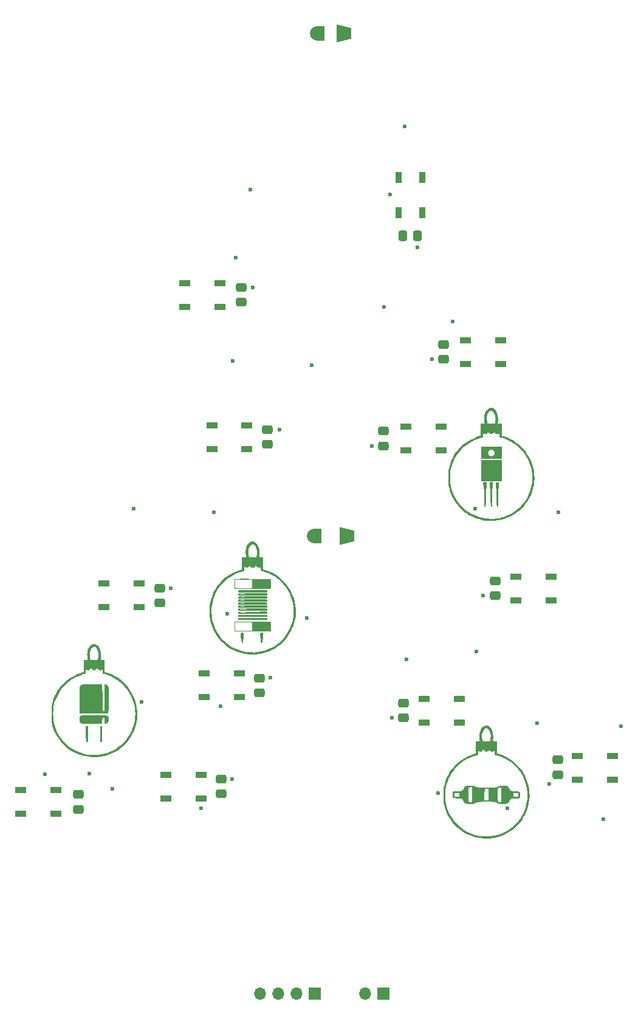
<source format=gbs>
G04 #@! TF.GenerationSoftware,KiCad,Pcbnew,8.0.6*
G04 #@! TF.CreationDate,2024-11-23T10:48:36+01:00*
G04 #@! TF.ProjectId,ChristmasTree,43687269-7374-46d6-9173-547265652e6b,rev?*
G04 #@! TF.SameCoordinates,Original*
G04 #@! TF.FileFunction,Soldermask,Bot*
G04 #@! TF.FilePolarity,Negative*
%FSLAX46Y46*%
G04 Gerber Fmt 4.6, Leading zero omitted, Abs format (unit mm)*
G04 Created by KiCad (PCBNEW 8.0.6) date 2024-11-23 10:48:36*
%MOMM*%
%LPD*%
G01*
G04 APERTURE LIST*
G04 Aperture macros list*
%AMRoundRect*
0 Rectangle with rounded corners*
0 $1 Rounding radius*
0 $2 $3 $4 $5 $6 $7 $8 $9 X,Y pos of 4 corners*
0 Add a 4 corners polygon primitive as box body*
4,1,4,$2,$3,$4,$5,$6,$7,$8,$9,$2,$3,0*
0 Add four circle primitives for the rounded corners*
1,1,$1+$1,$2,$3*
1,1,$1+$1,$4,$5*
1,1,$1+$1,$6,$7*
1,1,$1+$1,$8,$9*
0 Add four rect primitives between the rounded corners*
20,1,$1+$1,$2,$3,$4,$5,0*
20,1,$1+$1,$4,$5,$6,$7,0*
20,1,$1+$1,$6,$7,$8,$9,0*
20,1,$1+$1,$8,$9,$2,$3,0*%
%AMOutline4P*
0 Free polygon, 4 corners , with rotation*
0 The origin of the aperture is its center*
0 number of corners: always 4*
0 $1 to $8 corner X, Y*
0 $9 Rotation angle, in degrees counterclockwise*
0 create outline with 4 corners*
4,1,4,$1,$2,$3,$4,$5,$6,$7,$8,$1,$2,$9*%
G04 Aperture macros list end*
%ADD10C,0.000000*%
%ADD11R,1.700000X1.700000*%
%ADD12O,1.700000X1.700000*%
%ADD13R,1.500000X0.900000*%
%ADD14C,2.000000*%
%ADD15R,1.000000X2.000000*%
%ADD16RoundRect,0.250000X0.475000X-0.337500X0.475000X0.337500X-0.475000X0.337500X-0.475000X-0.337500X0*%
%ADD17RoundRect,0.250000X-0.475000X0.337500X-0.475000X-0.337500X0.475000X-0.337500X0.475000X0.337500X0*%
%ADD18Outline4P,-1.000000X-1.250000X1.000000X-0.750000X1.000000X0.750000X-1.000000X1.250000X0.000000*%
%ADD19RoundRect,0.250000X0.337500X0.475000X-0.337500X0.475000X-0.337500X-0.475000X0.337500X-0.475000X0*%
%ADD20R,0.900000X1.500000*%
%ADD21C,0.600000*%
G04 APERTURE END LIST*
D10*
G36*
X66154607Y-130571246D02*
G01*
X66154579Y-130622868D01*
X66154172Y-130830962D01*
X66153330Y-131026193D01*
X66152104Y-131204356D01*
X66150540Y-131361246D01*
X66148686Y-131492659D01*
X66146590Y-131594388D01*
X66144299Y-131662230D01*
X66141863Y-131691979D01*
X66127411Y-131721662D01*
X66094566Y-131747685D01*
X66074600Y-131752259D01*
X66004245Y-131759031D01*
X65942466Y-131753042D01*
X65905444Y-131735347D01*
X65904018Y-131732381D01*
X65898459Y-131694004D01*
X65893478Y-131614016D01*
X65889089Y-131492966D01*
X65885305Y-131331405D01*
X65882141Y-131129884D01*
X65879610Y-130888952D01*
X65877725Y-130609161D01*
X65871998Y-129509473D01*
X66013447Y-129503219D01*
X66154896Y-129496966D01*
X66154607Y-130571246D01*
G37*
G36*
X123227990Y-92482061D02*
G01*
X123393076Y-92482689D01*
X123530970Y-92483617D01*
X123637896Y-92484833D01*
X123710078Y-92486323D01*
X123743739Y-92488074D01*
X123817761Y-92498649D01*
X123823593Y-93926209D01*
X123824065Y-94052026D01*
X123824718Y-94289411D01*
X123825029Y-94513230D01*
X123825009Y-94719892D01*
X123824671Y-94905807D01*
X123824027Y-95067381D01*
X123823089Y-95201025D01*
X123821869Y-95303145D01*
X123820379Y-95370151D01*
X123818632Y-95398451D01*
X123807838Y-95443134D01*
X122374664Y-95440749D01*
X120941491Y-95438365D01*
X120936060Y-93963523D01*
X120930629Y-92488680D01*
X122300173Y-92483090D01*
X122371263Y-92482814D01*
X122607349Y-92482110D01*
X122831350Y-92481759D01*
X123039489Y-92481747D01*
X123227990Y-92482061D01*
G37*
G36*
X68164055Y-130615264D02*
G01*
X68164002Y-130709862D01*
X68163492Y-130918393D01*
X68162488Y-131112372D01*
X68161040Y-131287836D01*
X68159203Y-131440821D01*
X68157028Y-131567363D01*
X68154569Y-131663499D01*
X68151877Y-131725265D01*
X68149006Y-131748697D01*
X68137505Y-131753459D01*
X68092362Y-131758324D01*
X68028648Y-131757509D01*
X67986947Y-131754461D01*
X67942441Y-131745281D01*
X67919760Y-131724398D01*
X67906030Y-131684105D01*
X67905532Y-131681724D01*
X67902280Y-131641991D01*
X67899461Y-131564945D01*
X67897121Y-131454945D01*
X67895305Y-131316351D01*
X67894060Y-131153520D01*
X67893431Y-130970813D01*
X67893465Y-130772589D01*
X67894207Y-130563206D01*
X67899692Y-129509473D01*
X68031874Y-129503176D01*
X68164055Y-129496880D01*
X68164055Y-130615264D01*
G37*
G36*
X123828820Y-92297733D02*
G01*
X122379626Y-92297733D01*
X120930431Y-92297733D01*
X120935873Y-91470468D01*
X121926120Y-91470468D01*
X121947476Y-91593004D01*
X122006653Y-91711970D01*
X122030497Y-91743376D01*
X122090035Y-91806252D01*
X122147938Y-91851362D01*
X122234670Y-91893532D01*
X122356702Y-91919708D01*
X122481878Y-91906342D01*
X122582403Y-91868808D01*
X122687756Y-91795203D01*
X122765724Y-91699111D01*
X122814558Y-91587350D01*
X122832510Y-91466738D01*
X122817830Y-91344092D01*
X122768770Y-91226231D01*
X122683582Y-91119971D01*
X122668837Y-91106408D01*
X122586473Y-91047509D01*
X122496629Y-91016701D01*
X122383536Y-91008106D01*
X122270112Y-91021868D01*
X122152309Y-91068983D01*
X122055679Y-91143619D01*
X121983551Y-91239557D01*
X121939255Y-91350579D01*
X121926120Y-91470468D01*
X120935873Y-91470468D01*
X120935961Y-91457058D01*
X120941491Y-90616384D01*
X122379626Y-90622488D01*
X123817761Y-90628593D01*
X123823290Y-91463163D01*
X123823314Y-91466738D01*
X123828820Y-92297733D01*
G37*
G36*
X88332016Y-114431197D02*
G01*
X88589210Y-114431461D01*
X88860959Y-114431933D01*
X89144207Y-114432618D01*
X91078470Y-114437942D01*
X91117887Y-114486619D01*
X91142721Y-114542539D01*
X91147195Y-114614411D01*
X91131646Y-114683096D01*
X91097552Y-114730837D01*
X91087536Y-114734688D01*
X91060915Y-114739030D01*
X91016598Y-114742834D01*
X90952350Y-114746131D01*
X90865933Y-114748952D01*
X90755110Y-114751325D01*
X90617646Y-114753284D01*
X90451304Y-114754857D01*
X90253847Y-114756076D01*
X90023039Y-114756970D01*
X89756642Y-114757571D01*
X89452422Y-114757910D01*
X89108140Y-114758016D01*
X88971908Y-114758014D01*
X88656632Y-114757977D01*
X88380027Y-114757850D01*
X88139497Y-114757577D01*
X87932443Y-114757104D01*
X87756269Y-114756375D01*
X87608377Y-114755334D01*
X87486171Y-114753928D01*
X87387052Y-114752101D01*
X87308424Y-114749798D01*
X87247690Y-114746964D01*
X87202251Y-114743543D01*
X87169512Y-114739481D01*
X87146874Y-114734722D01*
X87131740Y-114729212D01*
X87121514Y-114722896D01*
X87113597Y-114715718D01*
X87111643Y-114713712D01*
X87080667Y-114657281D01*
X87072832Y-114588092D01*
X87085746Y-114519350D01*
X87117019Y-114464260D01*
X87164258Y-114436027D01*
X87164963Y-114435920D01*
X87195758Y-114434714D01*
X87265545Y-114433673D01*
X87371267Y-114432803D01*
X87509872Y-114432109D01*
X87678304Y-114431596D01*
X87873508Y-114431270D01*
X88092430Y-114431135D01*
X88332016Y-114431197D01*
G37*
G36*
X87782348Y-116522712D02*
G01*
X87832665Y-116535341D01*
X87832665Y-116976479D01*
X87832604Y-117039153D01*
X87831750Y-117176363D01*
X87829607Y-117278607D01*
X87825814Y-117351186D01*
X87820012Y-117399400D01*
X87811841Y-117428553D01*
X87800941Y-117443944D01*
X87800773Y-117444084D01*
X87785577Y-117467335D01*
X87775870Y-117511238D01*
X87770726Y-117582980D01*
X87769218Y-117689748D01*
X87769218Y-117909223D01*
X87663472Y-117909223D01*
X87557727Y-117909223D01*
X87557727Y-117728296D01*
X87557586Y-117701772D01*
X87552601Y-117598624D01*
X87538814Y-117519916D01*
X87513957Y-117451288D01*
X87503789Y-117427652D01*
X87490900Y-117389216D01*
X87481738Y-117344055D01*
X87475668Y-117285057D01*
X87472059Y-117205107D01*
X87470276Y-117097090D01*
X87469687Y-116953893D01*
X87469681Y-116947898D01*
X87470135Y-116822467D01*
X87471600Y-116712363D01*
X87473904Y-116624329D01*
X87476870Y-116565107D01*
X87480326Y-116541440D01*
X87485853Y-116536512D01*
X87503053Y-116532764D01*
X87515813Y-116554061D01*
X87524548Y-116603841D01*
X87529674Y-116685542D01*
X87531608Y-116802600D01*
X87530764Y-116958452D01*
X87529475Y-117084737D01*
X87529244Y-117191692D01*
X87530727Y-117266801D01*
X87534363Y-117315594D01*
X87540589Y-117343599D01*
X87549844Y-117356346D01*
X87562567Y-117359362D01*
X87574710Y-117356391D01*
X87584330Y-117343520D01*
X87591384Y-117315348D01*
X87596417Y-117266474D01*
X87599978Y-117191500D01*
X87602612Y-117085027D01*
X87604866Y-116941654D01*
X87610600Y-116523961D01*
X87671315Y-116517022D01*
X87722065Y-116515531D01*
X87782348Y-116522712D01*
G37*
G36*
X91153091Y-111585006D02*
G01*
X91147845Y-111661827D01*
X91109943Y-111729715D01*
X91066821Y-111776001D01*
X89106071Y-111775677D01*
X89057198Y-111775663D01*
X88774229Y-111775359D01*
X88503571Y-111774693D01*
X88248222Y-111773693D01*
X88011182Y-111772387D01*
X87795449Y-111770804D01*
X87604022Y-111768972D01*
X87439900Y-111766918D01*
X87306081Y-111764671D01*
X87205564Y-111762258D01*
X87141347Y-111759709D01*
X87116430Y-111757050D01*
X87110198Y-111751046D01*
X87094276Y-111709393D01*
X87085731Y-111645871D01*
X87084988Y-111575722D01*
X87086347Y-111564551D01*
X87356837Y-111564551D01*
X87373408Y-111571086D01*
X87427658Y-111577003D01*
X87513169Y-111580008D01*
X87623757Y-111580114D01*
X87753239Y-111577334D01*
X87895433Y-111571679D01*
X88044155Y-111563163D01*
X88073585Y-111560918D01*
X88098105Y-111557121D01*
X88081744Y-111553882D01*
X88024146Y-111551180D01*
X87924960Y-111548994D01*
X87783831Y-111547301D01*
X87665761Y-111546707D01*
X87527447Y-111547782D01*
X87429421Y-111551132D01*
X87372334Y-111556731D01*
X87356837Y-111564551D01*
X87086347Y-111564551D01*
X87092471Y-111514190D01*
X87108605Y-111476520D01*
X87114453Y-111473574D01*
X87137441Y-111469093D01*
X87178902Y-111465071D01*
X87241003Y-111461470D01*
X87325908Y-111458251D01*
X87435785Y-111455377D01*
X87572798Y-111452810D01*
X87739114Y-111450511D01*
X87936899Y-111448442D01*
X88168318Y-111446565D01*
X88435537Y-111444843D01*
X88740723Y-111443236D01*
X89086041Y-111441707D01*
X91036745Y-111433698D01*
X91094905Y-111479490D01*
X91126563Y-111513939D01*
X91142682Y-111557121D01*
X91153091Y-111585006D01*
G37*
G36*
X123421216Y-95549161D02*
G01*
X123425212Y-95552214D01*
X123433990Y-95575708D01*
X123440361Y-95624864D01*
X123444586Y-95703837D01*
X123446930Y-95816779D01*
X123447652Y-95967844D01*
X123447632Y-96003144D01*
X123446909Y-96140041D01*
X123444837Y-96241638D01*
X123440982Y-96313670D01*
X123434915Y-96361870D01*
X123426204Y-96391972D01*
X123414418Y-96409711D01*
X123390714Y-96429418D01*
X123360801Y-96442945D01*
X123356820Y-96458282D01*
X123352749Y-96514139D01*
X123349326Y-96609393D01*
X123346575Y-96742483D01*
X123344519Y-96911850D01*
X123343182Y-97115933D01*
X123342588Y-97353171D01*
X123342760Y-97622004D01*
X123342960Y-97766149D01*
X123342927Y-97978758D01*
X123342508Y-98176574D01*
X123341733Y-98355668D01*
X123340631Y-98512111D01*
X123339233Y-98641974D01*
X123337568Y-98741327D01*
X123335666Y-98806241D01*
X123333558Y-98832787D01*
X123320453Y-98868735D01*
X123300760Y-98922670D01*
X123274734Y-98965475D01*
X123228984Y-98980830D01*
X123200277Y-98975809D01*
X123171328Y-98948977D01*
X123143864Y-98890240D01*
X123142401Y-98886296D01*
X123135051Y-98861664D01*
X123128857Y-98829628D01*
X123123722Y-98786698D01*
X123119550Y-98729384D01*
X123116246Y-98654198D01*
X123113714Y-98557650D01*
X123111857Y-98436252D01*
X123110580Y-98286512D01*
X123109787Y-98104943D01*
X123109382Y-97888055D01*
X123109268Y-97632359D01*
X123109268Y-96465069D01*
X123055957Y-96430139D01*
X123002646Y-96395208D01*
X123008372Y-95980234D01*
X123014097Y-95565260D01*
X123204438Y-95552185D01*
X123243896Y-95549726D01*
X123326475Y-95546300D01*
X123389318Y-95546059D01*
X123421216Y-95549161D01*
G37*
G36*
X122416838Y-95537971D02*
G01*
X122591116Y-95544111D01*
X122597338Y-95914219D01*
X122597503Y-95924114D01*
X122599379Y-96082444D01*
X122598757Y-96203824D01*
X122595060Y-96293281D01*
X122587712Y-96355843D01*
X122576138Y-96396539D01*
X122559763Y-96420397D01*
X122538010Y-96432445D01*
X122531472Y-96435066D01*
X122523731Y-96441637D01*
X122517203Y-96454644D01*
X122511763Y-96477348D01*
X122507286Y-96513008D01*
X122503647Y-96564885D01*
X122500721Y-96636239D01*
X122498385Y-96730329D01*
X122496511Y-96850417D01*
X122494977Y-96999762D01*
X122493657Y-97181624D01*
X122492426Y-97399264D01*
X122491159Y-97655942D01*
X122490960Y-97697322D01*
X122489662Y-97949081D01*
X122488325Y-98162423D01*
X122486832Y-98340720D01*
X122485066Y-98487346D01*
X122482909Y-98605672D01*
X122480245Y-98699072D01*
X122476955Y-98770919D01*
X122472923Y-98824586D01*
X122468031Y-98863446D01*
X122462162Y-98890872D01*
X122455199Y-98910237D01*
X122447023Y-98924914D01*
X122417888Y-98959041D01*
X122371375Y-98977884D01*
X122327923Y-98956601D01*
X122293130Y-98896234D01*
X122292545Y-98894524D01*
X122286464Y-98864798D01*
X122281275Y-98814001D01*
X122276920Y-98739481D01*
X122273336Y-98638585D01*
X122270466Y-98508658D01*
X122268248Y-98347047D01*
X122266624Y-98151101D01*
X122265533Y-97918165D01*
X122264915Y-97645585D01*
X122263306Y-96468959D01*
X122210433Y-96434315D01*
X122157561Y-96399672D01*
X122157561Y-95988497D01*
X122157481Y-95909608D01*
X122157914Y-95777716D01*
X122161592Y-95680475D01*
X122171463Y-95612765D01*
X122190473Y-95569466D01*
X122221568Y-95545458D01*
X122267697Y-95535619D01*
X122331804Y-95534831D01*
X122416838Y-95537971D01*
G37*
G36*
X90468491Y-116523085D02*
G01*
X90539742Y-116536452D01*
X90539742Y-116977034D01*
X90539709Y-117022686D01*
X90538933Y-117164540D01*
X90536865Y-117270743D01*
X90533158Y-117346511D01*
X90527466Y-117397059D01*
X90519441Y-117427599D01*
X90508737Y-117443348D01*
X90498052Y-117457500D01*
X90485243Y-117500566D01*
X90476770Y-117574054D01*
X90471726Y-117683865D01*
X90465721Y-117898649D01*
X90381124Y-117910146D01*
X90363193Y-117912289D01*
X90310680Y-117914809D01*
X90282854Y-117910146D01*
X90278820Y-117899196D01*
X90271978Y-117853135D01*
X90265599Y-117780510D01*
X90260666Y-117691032D01*
X90259692Y-117669067D01*
X90251794Y-117562384D01*
X90240055Y-117495424D01*
X90224137Y-117466101D01*
X90215053Y-117448012D01*
X90203443Y-117393972D01*
X90192324Y-117313138D01*
X90182418Y-117214151D01*
X90174445Y-117105650D01*
X90169126Y-116996277D01*
X90167183Y-116894671D01*
X90169337Y-116809473D01*
X90170179Y-116794947D01*
X90174517Y-116706996D01*
X90177625Y-116624419D01*
X90179026Y-116600805D01*
X90187635Y-116553391D01*
X90200694Y-116534535D01*
X90209749Y-116540436D01*
X90207674Y-116569728D01*
X90203367Y-116588195D01*
X90214555Y-116592322D01*
X90219178Y-116596420D01*
X90225746Y-116635377D01*
X90230501Y-116712342D01*
X90233302Y-116824624D01*
X90234011Y-116969536D01*
X90233960Y-117020835D01*
X90234852Y-117153784D01*
X90237542Y-117249953D01*
X90242297Y-117313499D01*
X90249384Y-117348579D01*
X90259070Y-117359348D01*
X90263568Y-117357248D01*
X90272258Y-117335457D01*
X90279031Y-117286878D01*
X90284181Y-117207636D01*
X90288004Y-117093853D01*
X90290794Y-116941654D01*
X90296528Y-116523961D01*
X90346884Y-116516840D01*
X90402968Y-116515716D01*
X90468491Y-116523085D01*
G37*
G36*
X91150822Y-112865505D02*
G01*
X91146705Y-112939668D01*
X91110766Y-113002645D01*
X91107421Y-113005895D01*
X91098836Y-113012674D01*
X91086815Y-113018619D01*
X91068767Y-113023783D01*
X91042102Y-113028222D01*
X91004228Y-113031989D01*
X90952555Y-113035138D01*
X90884493Y-113037725D01*
X90797449Y-113039802D01*
X90688834Y-113041426D01*
X90556056Y-113042648D01*
X90396525Y-113043525D01*
X90207650Y-113044111D01*
X89986841Y-113044458D01*
X89731505Y-113044623D01*
X89439054Y-113044658D01*
X89106895Y-113044619D01*
X89057181Y-113044606D01*
X88774207Y-113044308D01*
X88503569Y-113043659D01*
X88248261Y-113042686D01*
X88011281Y-113041417D01*
X87795625Y-113039878D01*
X87604289Y-113038097D01*
X87440269Y-113036102D01*
X87306562Y-113033919D01*
X87206164Y-113031576D01*
X87142072Y-113029100D01*
X87117281Y-113026518D01*
X87108069Y-113018562D01*
X87085517Y-112971473D01*
X87076047Y-112905192D01*
X87080767Y-112836212D01*
X87081768Y-112833453D01*
X87282790Y-112833453D01*
X87297099Y-112839059D01*
X87346835Y-112844340D01*
X87425021Y-112848144D01*
X87524162Y-112850473D01*
X87636763Y-112851326D01*
X87755328Y-112850703D01*
X87872362Y-112848604D01*
X87980370Y-112845030D01*
X88071856Y-112839979D01*
X88139326Y-112833453D01*
X88151371Y-112830860D01*
X88140483Y-112826640D01*
X88092813Y-112822842D01*
X88011842Y-112819630D01*
X87901054Y-112817170D01*
X87763930Y-112815626D01*
X87602014Y-112815328D01*
X87465006Y-112816982D01*
X87364954Y-112820598D01*
X87303626Y-112826110D01*
X87282790Y-112833453D01*
X87081768Y-112833453D01*
X87100786Y-112781027D01*
X87135722Y-112727708D01*
X89095445Y-112727708D01*
X91055168Y-112727708D01*
X91104116Y-112773692D01*
X91123588Y-112796289D01*
X91137190Y-112830860D01*
X91150822Y-112865505D01*
G37*
G36*
X91143101Y-112447832D02*
G01*
X91147609Y-112517865D01*
X91110766Y-112579664D01*
X91106961Y-112583340D01*
X91098267Y-112590045D01*
X91085987Y-112595926D01*
X91067540Y-112601036D01*
X91040345Y-112605429D01*
X91001822Y-112609161D01*
X90949390Y-112612284D01*
X90880468Y-112614853D01*
X90792474Y-112616922D01*
X90682830Y-112618545D01*
X90548952Y-112619776D01*
X90388262Y-112620669D01*
X90198177Y-112621279D01*
X89976117Y-112621659D01*
X89719502Y-112621864D01*
X89425750Y-112621947D01*
X89092281Y-112621962D01*
X88883626Y-112621878D01*
X88576119Y-112621416D01*
X88291714Y-112620573D01*
X88032545Y-112619369D01*
X87800744Y-112617824D01*
X87598444Y-112615959D01*
X87427778Y-112613795D01*
X87290879Y-112611353D01*
X87189878Y-112608654D01*
X87126910Y-112605719D01*
X87104107Y-112602567D01*
X87100709Y-112594793D01*
X87089847Y-112552042D01*
X87079526Y-112491287D01*
X87075661Y-112453861D01*
X87079486Y-112410472D01*
X87303939Y-112410472D01*
X87321209Y-112415128D01*
X87376523Y-112420640D01*
X87460230Y-112424645D01*
X87564100Y-112427142D01*
X87679904Y-112428132D01*
X87799412Y-112427614D01*
X87914395Y-112425590D01*
X88016624Y-112422058D01*
X88097869Y-112417019D01*
X88149900Y-112410472D01*
X88155687Y-112407769D01*
X88134594Y-112403391D01*
X88078618Y-112399459D01*
X87992428Y-112396182D01*
X87880689Y-112393769D01*
X87748069Y-112392431D01*
X87586442Y-112392345D01*
X87453976Y-112394087D01*
X87362442Y-112397701D01*
X87312282Y-112403169D01*
X87303939Y-112410472D01*
X87079486Y-112410472D01*
X87080684Y-112396888D01*
X87106126Y-112352610D01*
X87145321Y-112305817D01*
X89083094Y-112294173D01*
X91020868Y-112282529D01*
X91086966Y-112357811D01*
X91097291Y-112370008D01*
X91119518Y-112407769D01*
X91143101Y-112447832D01*
G37*
G36*
X88470085Y-114010806D02*
G01*
X88766948Y-114011270D01*
X89103640Y-114011975D01*
X89217927Y-114012240D01*
X89539117Y-114013048D01*
X89821402Y-114013900D01*
X90067339Y-114014846D01*
X90279484Y-114015937D01*
X90460391Y-114017225D01*
X90612617Y-114018760D01*
X90738716Y-114020593D01*
X90841245Y-114022776D01*
X90922760Y-114025360D01*
X90985815Y-114028395D01*
X91032967Y-114031933D01*
X91066771Y-114036025D01*
X91089782Y-114040721D01*
X91104557Y-114046074D01*
X91113651Y-114052133D01*
X91132450Y-114074628D01*
X91152765Y-114138415D01*
X91145829Y-114209278D01*
X91114540Y-114272594D01*
X91061798Y-114313738D01*
X91055759Y-114314847D01*
X91012500Y-114317536D01*
X90932102Y-114320047D01*
X90818267Y-114322374D01*
X90674693Y-114324508D01*
X90505080Y-114326442D01*
X90313129Y-114328168D01*
X90102538Y-114329680D01*
X89877009Y-114330970D01*
X89640240Y-114332029D01*
X89395931Y-114332851D01*
X89147782Y-114333429D01*
X88899493Y-114333754D01*
X88654764Y-114333820D01*
X88417294Y-114333618D01*
X88190783Y-114333142D01*
X87978931Y-114332383D01*
X87785438Y-114331335D01*
X87614003Y-114329990D01*
X87468327Y-114328340D01*
X87352109Y-114326379D01*
X87269049Y-114324098D01*
X87222846Y-114321489D01*
X87206053Y-114319718D01*
X87141598Y-114311122D01*
X87106323Y-114298747D01*
X87089386Y-114276186D01*
X87079947Y-114237032D01*
X87079724Y-114235832D01*
X87078052Y-114129988D01*
X87112558Y-114039079D01*
X87115310Y-114036275D01*
X87126879Y-114031225D01*
X87148639Y-114026819D01*
X87183060Y-114023024D01*
X87232611Y-114019806D01*
X87299762Y-114017131D01*
X87386983Y-114014967D01*
X87496744Y-114013278D01*
X87631515Y-114012033D01*
X87793764Y-114011197D01*
X87985962Y-114010736D01*
X88210579Y-114010617D01*
X88470085Y-114010806D01*
G37*
G36*
X91148422Y-113278011D02*
G01*
X91148550Y-113354598D01*
X91116054Y-113423252D01*
X91111536Y-113428517D01*
X91095948Y-113442472D01*
X91073792Y-113452825D01*
X91039112Y-113460222D01*
X90985953Y-113465310D01*
X90908362Y-113468735D01*
X90800383Y-113471143D01*
X90656062Y-113473181D01*
X90472340Y-113475228D01*
X90239083Y-113477198D01*
X89993081Y-113478680D01*
X89737775Y-113479693D01*
X89476604Y-113480253D01*
X89213010Y-113480380D01*
X88950431Y-113480091D01*
X88692309Y-113479404D01*
X88442082Y-113478338D01*
X88203192Y-113476909D01*
X87979079Y-113475137D01*
X87773182Y-113473040D01*
X87588942Y-113470634D01*
X87429800Y-113467939D01*
X87299194Y-113464973D01*
X87200565Y-113461753D01*
X87137354Y-113458297D01*
X87113000Y-113454623D01*
X87088910Y-113410959D01*
X87076841Y-113340928D01*
X87081310Y-113266566D01*
X87083891Y-113259435D01*
X87274070Y-113259435D01*
X87282155Y-113262347D01*
X87326318Y-113267238D01*
X87403326Y-113271429D01*
X87507083Y-113274699D01*
X87631494Y-113276825D01*
X87770466Y-113277583D01*
X87777187Y-113277582D01*
X87933159Y-113277234D01*
X88051859Y-113276018D01*
X88138126Y-113273619D01*
X88196799Y-113269720D01*
X88232718Y-113264004D01*
X88250720Y-113256156D01*
X88255646Y-113245859D01*
X88251000Y-113234794D01*
X88232077Y-113226029D01*
X88193252Y-113220095D01*
X88128929Y-113216492D01*
X88033510Y-113214722D01*
X87901399Y-113214286D01*
X87878173Y-113214316D01*
X87699144Y-113216099D01*
X87547477Y-113220462D01*
X87426154Y-113227192D01*
X87338158Y-113236074D01*
X87286469Y-113246893D01*
X87274070Y-113259435D01*
X87083891Y-113259435D01*
X87103061Y-113206471D01*
X87139611Y-113150689D01*
X89097389Y-113150689D01*
X91055168Y-113150689D01*
X91104116Y-113196673D01*
X91116542Y-113210016D01*
X91133347Y-113245859D01*
X91148422Y-113278011D01*
G37*
G36*
X91152864Y-112014134D02*
G01*
X91144868Y-112089271D01*
X91109645Y-112153015D01*
X91066225Y-112199621D01*
X89091669Y-112194014D01*
X89028733Y-112193828D01*
X88745703Y-112192803D01*
X88475374Y-112191525D01*
X88220705Y-112190022D01*
X87984657Y-112188326D01*
X87770188Y-112186467D01*
X87580259Y-112184475D01*
X87417830Y-112182381D01*
X87285859Y-112180215D01*
X87187308Y-112178008D01*
X87125135Y-112175789D01*
X87102301Y-112173590D01*
X87098267Y-112166975D01*
X87086707Y-112126928D01*
X87077211Y-112067596D01*
X87074762Y-112039045D01*
X87079299Y-111987491D01*
X87282790Y-111987491D01*
X87283071Y-111988314D01*
X87307347Y-111994637D01*
X87365449Y-111999536D01*
X87449805Y-112003012D01*
X87552843Y-112005065D01*
X87666989Y-112005694D01*
X87784672Y-112004900D01*
X87898320Y-112002683D01*
X88000359Y-111999042D01*
X88083219Y-111993978D01*
X88139326Y-111987491D01*
X88147164Y-111985004D01*
X88131170Y-111980633D01*
X88079504Y-111976680D01*
X87996454Y-111973346D01*
X87886308Y-111970833D01*
X87753356Y-111969343D01*
X87601108Y-111969128D01*
X87464624Y-111970827D01*
X87364841Y-111974502D01*
X87303611Y-111980080D01*
X87282790Y-111987491D01*
X87079299Y-111987491D01*
X87080342Y-111975634D01*
X87107916Y-111925808D01*
X87148899Y-111875197D01*
X89106389Y-111873184D01*
X89152622Y-111873137D01*
X89479241Y-111872832D01*
X89766500Y-111872656D01*
X90016993Y-111872657D01*
X90233316Y-111872887D01*
X90418064Y-111873393D01*
X90573831Y-111874227D01*
X90703213Y-111875437D01*
X90808805Y-111877074D01*
X90893200Y-111879186D01*
X90958996Y-111881823D01*
X91008785Y-111885036D01*
X91045164Y-111888873D01*
X91070727Y-111893384D01*
X91088070Y-111898620D01*
X91099786Y-111904628D01*
X91108472Y-111911460D01*
X91133717Y-111944406D01*
X91144865Y-111985004D01*
X91152864Y-112014134D01*
G37*
G36*
X91153064Y-111170082D02*
G01*
X91151637Y-111200328D01*
X91128632Y-111273003D01*
X91075300Y-111317746D01*
X90988760Y-111337491D01*
X90959731Y-111338554D01*
X90889636Y-111339799D01*
X90783286Y-111341056D01*
X90643904Y-111342304D01*
X90474718Y-111343525D01*
X90278952Y-111344699D01*
X90059831Y-111345809D01*
X89820582Y-111346833D01*
X89564429Y-111347754D01*
X89294597Y-111348552D01*
X89014314Y-111349208D01*
X88889738Y-111349447D01*
X88566213Y-111349904D01*
X88282004Y-111350019D01*
X88034910Y-111349766D01*
X87822729Y-111349119D01*
X87643262Y-111348050D01*
X87494307Y-111346535D01*
X87373663Y-111344546D01*
X87279129Y-111342058D01*
X87208505Y-111339043D01*
X87159589Y-111335477D01*
X87130181Y-111331333D01*
X87118079Y-111326584D01*
X87100846Y-111293839D01*
X87083443Y-111228689D01*
X87075548Y-111158097D01*
X87076831Y-111144298D01*
X87349992Y-111144298D01*
X87356836Y-111146932D01*
X87402024Y-111152972D01*
X87478694Y-111156690D01*
X87578860Y-111158116D01*
X87694535Y-111157281D01*
X87817729Y-111154218D01*
X87940457Y-111148957D01*
X88054730Y-111141529D01*
X88223922Y-111128137D01*
X87970134Y-111121190D01*
X87875114Y-111118478D01*
X87772085Y-111115296D01*
X87686888Y-111112409D01*
X87631749Y-111110215D01*
X87601379Y-111109202D01*
X87521336Y-111110068D01*
X87447037Y-111115115D01*
X87387621Y-111123240D01*
X87352227Y-111133336D01*
X87349992Y-111144298D01*
X87076831Y-111144298D01*
X87080670Y-111103024D01*
X87093976Y-111077366D01*
X87130264Y-111045471D01*
X87130930Y-111045262D01*
X87160661Y-111042901D01*
X87229380Y-111040441D01*
X87334051Y-111037923D01*
X87471641Y-111035383D01*
X87639115Y-111032863D01*
X87833439Y-111030399D01*
X88051579Y-111028030D01*
X88290500Y-111025796D01*
X88547168Y-111023736D01*
X88818548Y-111021887D01*
X89101607Y-111020290D01*
X91036745Y-111010479D01*
X91094905Y-111056390D01*
X91138150Y-111104493D01*
X91143526Y-111128137D01*
X91153064Y-111170082D01*
G37*
G36*
X90478904Y-110594356D02*
G01*
X90620523Y-110595041D01*
X90737215Y-110596182D01*
X90831595Y-110597827D01*
X90906274Y-110600026D01*
X90963867Y-110602831D01*
X91006986Y-110606290D01*
X91038243Y-110610455D01*
X91060254Y-110615375D01*
X91075630Y-110621100D01*
X91086984Y-110627680D01*
X91096930Y-110635166D01*
X91108890Y-110645149D01*
X91143555Y-110692700D01*
X91153064Y-110759104D01*
X91153561Y-110785062D01*
X91153626Y-110811023D01*
X91150287Y-110833081D01*
X91140553Y-110851568D01*
X91121431Y-110866816D01*
X91089931Y-110879157D01*
X91043059Y-110888922D01*
X90977826Y-110896444D01*
X90891238Y-110902055D01*
X90780305Y-110906087D01*
X90642034Y-110908871D01*
X90473434Y-110910741D01*
X90271513Y-110912027D01*
X90033279Y-110913063D01*
X89755741Y-110914179D01*
X89575641Y-110914967D01*
X89317374Y-110916171D01*
X89058869Y-110917454D01*
X88806200Y-110918783D01*
X88565445Y-110920123D01*
X88342681Y-110921440D01*
X88143984Y-110922701D01*
X87975431Y-110923870D01*
X87843100Y-110924915D01*
X87658287Y-110925947D01*
X87494303Y-110925232D01*
X87364708Y-110922269D01*
X87265400Y-110916713D01*
X87192275Y-110908222D01*
X87141231Y-110896450D01*
X87108164Y-110881055D01*
X87088972Y-110861691D01*
X87077523Y-110831164D01*
X87072137Y-110765383D01*
X87080470Y-110695629D01*
X87101314Y-110643282D01*
X87102622Y-110641543D01*
X87109162Y-110634778D01*
X87119327Y-110628824D01*
X87135695Y-110623619D01*
X87160845Y-110619103D01*
X87197354Y-110615217D01*
X87247802Y-110611898D01*
X87314766Y-110609087D01*
X87400823Y-110606722D01*
X87508554Y-110604744D01*
X87640535Y-110603092D01*
X87799345Y-110601704D01*
X87987561Y-110600521D01*
X88207764Y-110599482D01*
X88462529Y-110598525D01*
X88754436Y-110597592D01*
X89086063Y-110596620D01*
X89305455Y-110595993D01*
X89610902Y-110595157D01*
X89878358Y-110594525D01*
X90110434Y-110594148D01*
X90309745Y-110594074D01*
X90478904Y-110594356D01*
G37*
G36*
X91152481Y-113740731D02*
G01*
X91139323Y-113809757D01*
X91101632Y-113866470D01*
X91041846Y-113898300D01*
X91041212Y-113898413D01*
X91010518Y-113899870D01*
X90940812Y-113901187D01*
X90835154Y-113902354D01*
X90696605Y-113903360D01*
X90528226Y-113904195D01*
X90333076Y-113904849D01*
X90114216Y-113905310D01*
X89874707Y-113905570D01*
X89617609Y-113905617D01*
X89345983Y-113905440D01*
X89062889Y-113905030D01*
X89011080Y-113904935D01*
X88687640Y-113904310D01*
X88403518Y-113903674D01*
X88156118Y-113902966D01*
X87942846Y-113902128D01*
X87761108Y-113901100D01*
X87608310Y-113899824D01*
X87481859Y-113898240D01*
X87379158Y-113896290D01*
X87297616Y-113893915D01*
X87234636Y-113891055D01*
X87187626Y-113887653D01*
X87153990Y-113883647D01*
X87131136Y-113878981D01*
X87116468Y-113873594D01*
X87107392Y-113867427D01*
X87101315Y-113860423D01*
X87087106Y-113833132D01*
X87073537Y-113763450D01*
X87078123Y-113689142D01*
X87081723Y-113680050D01*
X87272608Y-113680050D01*
X87273074Y-113680607D01*
X87300442Y-113687235D01*
X87362001Y-113692453D01*
X87450235Y-113696274D01*
X87557628Y-113698714D01*
X87676664Y-113699785D01*
X87799826Y-113699503D01*
X87919598Y-113697881D01*
X88028464Y-113694933D01*
X88118908Y-113690674D01*
X88183413Y-113685117D01*
X88214463Y-113678277D01*
X88215869Y-113676629D01*
X88196140Y-113670519D01*
X88137326Y-113665551D01*
X88042001Y-113661833D01*
X87912736Y-113659476D01*
X87752108Y-113658589D01*
X87748902Y-113658588D01*
X87571505Y-113659346D01*
X87435771Y-113661845D01*
X87341104Y-113666110D01*
X87286914Y-113672170D01*
X87272608Y-113680050D01*
X87081723Y-113680050D01*
X87100904Y-113631605D01*
X87104364Y-113627820D01*
X87113648Y-113621910D01*
X87129362Y-113616691D01*
X87154069Y-113612100D01*
X87190329Y-113608075D01*
X87240706Y-113604554D01*
X87307762Y-113601474D01*
X87394057Y-113598772D01*
X87502154Y-113596388D01*
X87634616Y-113594257D01*
X87794003Y-113592319D01*
X87982879Y-113590509D01*
X88203804Y-113588767D01*
X88459341Y-113587030D01*
X88752052Y-113585234D01*
X89084498Y-113583319D01*
X91039834Y-113572268D01*
X91096449Y-113616802D01*
X91138667Y-113671961D01*
X91139605Y-113676629D01*
X91152481Y-113740731D01*
G37*
G36*
X121519563Y-95533949D02*
G01*
X121598417Y-95537824D01*
X121655818Y-95544901D01*
X121681349Y-95554106D01*
X121684847Y-95568532D01*
X121689962Y-95620192D01*
X121694650Y-95700267D01*
X121698721Y-95800376D01*
X121701984Y-95912137D01*
X121704248Y-96027169D01*
X121705323Y-96137089D01*
X121705017Y-96233516D01*
X121703141Y-96308069D01*
X121699504Y-96352366D01*
X121681760Y-96402424D01*
X121648351Y-96432889D01*
X121644283Y-96434449D01*
X121636492Y-96440479D01*
X121629900Y-96452848D01*
X121624385Y-96474826D01*
X121619825Y-96509680D01*
X121616099Y-96560680D01*
X121613082Y-96631096D01*
X121610654Y-96724195D01*
X121608693Y-96843248D01*
X121607075Y-96991522D01*
X121605679Y-97172288D01*
X121604383Y-97388813D01*
X121603064Y-97644367D01*
X121602206Y-97810269D01*
X121600808Y-98043384D01*
X121599283Y-98239673D01*
X121597519Y-98402503D01*
X121595405Y-98535241D01*
X121592831Y-98641256D01*
X121589685Y-98723913D01*
X121585856Y-98786581D01*
X121581233Y-98832627D01*
X121575705Y-98865417D01*
X121569160Y-98888320D01*
X121561489Y-98904702D01*
X121560395Y-98906573D01*
X121528103Y-98953501D01*
X121499959Y-98982054D01*
X121464738Y-98991870D01*
X121429205Y-98966730D01*
X121400693Y-98900416D01*
X121396358Y-98872064D01*
X121391005Y-98800255D01*
X121385776Y-98690024D01*
X121380734Y-98543523D01*
X121375944Y-98362905D01*
X121371466Y-98150321D01*
X121367366Y-97907924D01*
X121363705Y-97637866D01*
X121362978Y-97577846D01*
X121359922Y-97332579D01*
X121357111Y-97125525D01*
X121354397Y-96953344D01*
X121351634Y-96812695D01*
X121348674Y-96700238D01*
X121345370Y-96612632D01*
X121341575Y-96546536D01*
X121337140Y-96498610D01*
X121331919Y-96465514D01*
X121325764Y-96443906D01*
X121318528Y-96430447D01*
X121310064Y-96421796D01*
X121302165Y-96414418D01*
X121289881Y-96394989D01*
X121280457Y-96363342D01*
X121273136Y-96313465D01*
X121267158Y-96239342D01*
X121261768Y-96134960D01*
X121256206Y-95994304D01*
X121253581Y-95918661D01*
X121250237Y-95789107D01*
X121249924Y-95694188D01*
X121252790Y-95628784D01*
X121258985Y-95587774D01*
X121268657Y-95566036D01*
X121281713Y-95555055D01*
X121319359Y-95542309D01*
X121383568Y-95535532D01*
X121482133Y-95533536D01*
X121519563Y-95533949D01*
G37*
G36*
X67373282Y-128041565D02*
G01*
X67615580Y-128042086D01*
X67841475Y-128043041D01*
X68045787Y-128044407D01*
X68223338Y-128046166D01*
X68368950Y-128048296D01*
X68477444Y-128050776D01*
X68970599Y-128065586D01*
X68993867Y-128121335D01*
X69005837Y-128168293D01*
X69016963Y-128250160D01*
X69025692Y-128354067D01*
X69031505Y-128469502D01*
X69033886Y-128585951D01*
X69032316Y-128692898D01*
X69026279Y-128779831D01*
X69011605Y-128863008D01*
X68962999Y-128986340D01*
X68884881Y-129079467D01*
X68776526Y-129143132D01*
X68637205Y-129178079D01*
X68581744Y-129184346D01*
X68520751Y-129188051D01*
X68486578Y-129185953D01*
X68484186Y-129184658D01*
X68474773Y-129165148D01*
X68467946Y-129120304D01*
X68463421Y-129045891D01*
X68460914Y-128937675D01*
X68460142Y-128791421D01*
X68459997Y-128692067D01*
X68458993Y-128579810D01*
X68456512Y-128499276D01*
X68451961Y-128444211D01*
X68444742Y-128408363D01*
X68434260Y-128385477D01*
X68419918Y-128369302D01*
X68379939Y-128346546D01*
X68298798Y-128339588D01*
X68273805Y-128342389D01*
X68236328Y-128352685D01*
X68208512Y-128374064D01*
X68188928Y-128411726D01*
X68176150Y-128470872D01*
X68168748Y-128556702D01*
X68165297Y-128674415D01*
X68164367Y-128829212D01*
X68164055Y-129206403D01*
X66752357Y-129198279D01*
X66520984Y-129196948D01*
X66266591Y-129195372D01*
X66048857Y-129193681D01*
X65864644Y-129191643D01*
X65710817Y-129189025D01*
X65584238Y-129185595D01*
X65481771Y-129181121D01*
X65400281Y-129175371D01*
X65336630Y-129168111D01*
X65287682Y-129159111D01*
X65250301Y-129148137D01*
X65221351Y-129134957D01*
X65197694Y-129119339D01*
X65176194Y-129101051D01*
X65153716Y-129079859D01*
X65115464Y-129039858D01*
X65064772Y-128963361D01*
X65031796Y-128869567D01*
X65011338Y-128746293D01*
X65010162Y-128735220D01*
X65003985Y-128633187D01*
X65003646Y-128519111D01*
X65008423Y-128402044D01*
X65017592Y-128291040D01*
X65030428Y-128195149D01*
X65046208Y-128123425D01*
X65064209Y-128084920D01*
X65072041Y-128079127D01*
X65087552Y-128073044D01*
X65112574Y-128067801D01*
X65150086Y-128063316D01*
X65203071Y-128059503D01*
X65274507Y-128056278D01*
X65367377Y-128053557D01*
X65484660Y-128051255D01*
X65629338Y-128049288D01*
X65804391Y-128047571D01*
X66012799Y-128046020D01*
X66257545Y-128044550D01*
X66541607Y-128043078D01*
X66599750Y-128042805D01*
X66860188Y-128041904D01*
X67119758Y-128041497D01*
X67373282Y-128041565D01*
G37*
G36*
X68169000Y-125564124D02*
G01*
X68169928Y-125834633D01*
X68171351Y-126153576D01*
X68173028Y-126432929D01*
X68174983Y-126674229D01*
X68177240Y-126879011D01*
X68179825Y-127048814D01*
X68182761Y-127185173D01*
X68186073Y-127289625D01*
X68189784Y-127363708D01*
X68193921Y-127408957D01*
X68198505Y-127426909D01*
X68200206Y-127428505D01*
X68244120Y-127448759D01*
X68308353Y-127460288D01*
X68372921Y-127461070D01*
X68417844Y-127449085D01*
X68423147Y-127441966D01*
X68428172Y-127425411D01*
X68432622Y-127397099D01*
X68436556Y-127354485D01*
X68440030Y-127295024D01*
X68443103Y-127216170D01*
X68445831Y-127115380D01*
X68448273Y-126990106D01*
X68450487Y-126837806D01*
X68452529Y-126655933D01*
X68454458Y-126441942D01*
X68456332Y-126193289D01*
X68458207Y-125907428D01*
X68460142Y-125581814D01*
X68470716Y-123735784D01*
X68587036Y-123736740D01*
X68631327Y-123738007D01*
X68705673Y-123743744D01*
X68758815Y-123752327D01*
X68790510Y-123765496D01*
X68856097Y-123813289D01*
X68921626Y-123881311D01*
X68976206Y-123957484D01*
X69008947Y-124029729D01*
X69009702Y-124032824D01*
X69014277Y-124069168D01*
X69018174Y-124134330D01*
X69021408Y-124229809D01*
X69023992Y-124357100D01*
X69025942Y-124517702D01*
X69027272Y-124713112D01*
X69027996Y-124944827D01*
X69028128Y-125214345D01*
X69027684Y-125523162D01*
X69026677Y-125872777D01*
X69025887Y-126095127D01*
X69024769Y-126381775D01*
X69023618Y-126630791D01*
X69022367Y-126844929D01*
X69020949Y-127026945D01*
X69019298Y-127179592D01*
X69017348Y-127305626D01*
X69015032Y-127407803D01*
X69012285Y-127488876D01*
X69009040Y-127551600D01*
X69005230Y-127598731D01*
X69000790Y-127633024D01*
X68995652Y-127657232D01*
X68989751Y-127674112D01*
X68983021Y-127686418D01*
X68945450Y-127743749D01*
X67005869Y-127738351D01*
X65066288Y-127732953D01*
X65034281Y-127669506D01*
X65031231Y-127662419D01*
X65025813Y-127642608D01*
X65021101Y-127612715D01*
X65017046Y-127570056D01*
X65013601Y-127511946D01*
X65010720Y-127435701D01*
X65008354Y-127338635D01*
X65006458Y-127218063D01*
X65004982Y-127071303D01*
X65003881Y-126895667D01*
X65003107Y-126688473D01*
X65002612Y-126447035D01*
X65002350Y-126168668D01*
X65002273Y-125850689D01*
X65002295Y-125618708D01*
X65002423Y-125333111D01*
X65002719Y-125084933D01*
X65003241Y-124871346D01*
X65004048Y-124689521D01*
X65005198Y-124536628D01*
X65006750Y-124409840D01*
X65008762Y-124306328D01*
X65011293Y-124223262D01*
X65014402Y-124157815D01*
X65018147Y-124107157D01*
X65022586Y-124068460D01*
X65027779Y-124038895D01*
X65033783Y-124015633D01*
X65040657Y-123995846D01*
X65046751Y-123980988D01*
X65110886Y-123877814D01*
X65199869Y-123796677D01*
X65303069Y-123747630D01*
X65304960Y-123747155D01*
X65348998Y-123742162D01*
X65434469Y-123737792D01*
X65560583Y-123734057D01*
X65726551Y-123730969D01*
X65931583Y-123728540D01*
X66174889Y-123726783D01*
X66455679Y-123725708D01*
X66773163Y-123725328D01*
X68163370Y-123725210D01*
X68169000Y-125564124D01*
G37*
G36*
X91660633Y-115718198D02*
G01*
X91660313Y-115886478D01*
X91659323Y-116018428D01*
X91657384Y-116118935D01*
X91654215Y-116192886D01*
X91649535Y-116245169D01*
X91643065Y-116280670D01*
X91634523Y-116304279D01*
X91623631Y-116320880D01*
X91622117Y-116322706D01*
X91613554Y-116331847D01*
X91602161Y-116339612D01*
X91584649Y-116346130D01*
X91557729Y-116351532D01*
X91518111Y-116355950D01*
X91462508Y-116359514D01*
X91387629Y-116362354D01*
X91290187Y-116364602D01*
X91166891Y-116366388D01*
X91014454Y-116367843D01*
X90829586Y-116369097D01*
X90608998Y-116370281D01*
X90349401Y-116371527D01*
X90163522Y-116372343D01*
X89731173Y-116373763D01*
X89319719Y-116374434D01*
X88930806Y-116374376D01*
X88566082Y-116373606D01*
X88227191Y-116372142D01*
X87915780Y-116370002D01*
X87633496Y-116367205D01*
X87381983Y-116363767D01*
X87162889Y-116359707D01*
X86977860Y-116355044D01*
X86828541Y-116349794D01*
X86716578Y-116343976D01*
X86643618Y-116337609D01*
X86611308Y-116330709D01*
X86563722Y-116300921D01*
X86563722Y-115791176D01*
X86669820Y-115791176D01*
X86670526Y-115917956D01*
X86672124Y-116032308D01*
X86674617Y-116126767D01*
X86678009Y-116193867D01*
X86682305Y-116226144D01*
X86683954Y-116229189D01*
X86693064Y-116236015D01*
X86711888Y-116241749D01*
X86743684Y-116246486D01*
X86791712Y-116250317D01*
X86859229Y-116253337D01*
X86949494Y-116255637D01*
X87065765Y-116257310D01*
X87211300Y-116258450D01*
X87389359Y-116259150D01*
X87603198Y-116259501D01*
X87856077Y-116259598D01*
X89017011Y-116259598D01*
X89017011Y-115677999D01*
X89017011Y-115096400D01*
X87856689Y-115096400D01*
X86696366Y-115096400D01*
X86682917Y-115194523D01*
X86679491Y-115232128D01*
X86675811Y-115309074D01*
X86672999Y-115410917D01*
X86671060Y-115530191D01*
X86669999Y-115659433D01*
X86669820Y-115791176D01*
X86563722Y-115791176D01*
X86563722Y-115667681D01*
X86563722Y-115662035D01*
X86563847Y-115482697D01*
X86564405Y-115340914D01*
X86565684Y-115232074D01*
X86567972Y-115151565D01*
X86571557Y-115094775D01*
X86576727Y-115057090D01*
X86583771Y-115033899D01*
X86592976Y-115020589D01*
X86604630Y-115012548D01*
X86628112Y-115009017D01*
X86692234Y-115005503D01*
X86796699Y-115002366D01*
X86941723Y-114999606D01*
X87127524Y-114997220D01*
X87354318Y-114995206D01*
X87622322Y-114993563D01*
X87931755Y-114992288D01*
X88282833Y-114991380D01*
X88675772Y-114990836D01*
X89110792Y-114990655D01*
X89297029Y-114990657D01*
X89652207Y-114990686D01*
X89968500Y-114990780D01*
X90248208Y-114990980D01*
X90493633Y-114991324D01*
X90707075Y-114991849D01*
X90890836Y-114992597D01*
X91047216Y-114993604D01*
X91178517Y-114994910D01*
X91287038Y-114996554D01*
X91375082Y-114998575D01*
X91444949Y-115001011D01*
X91498940Y-115003901D01*
X91539356Y-115007284D01*
X91568498Y-115011199D01*
X91588666Y-115015685D01*
X91602163Y-115020780D01*
X91611288Y-115026523D01*
X91618343Y-115032953D01*
X91628084Y-115043691D01*
X91638356Y-115060638D01*
X91646209Y-115085486D01*
X91651966Y-115123148D01*
X91655952Y-115178538D01*
X91658489Y-115256570D01*
X91659900Y-115362157D01*
X91660510Y-115500215D01*
X91660641Y-115675656D01*
X91660641Y-115677999D01*
X91660633Y-115718198D01*
G37*
G36*
X91654669Y-110118097D02*
G01*
X91650649Y-110219022D01*
X91645928Y-110289710D01*
X91640693Y-110324133D01*
X91618591Y-110360559D01*
X91582534Y-110386677D01*
X91574517Y-110387344D01*
X91528227Y-110388577D01*
X91443686Y-110389709D01*
X91323574Y-110390730D01*
X91170571Y-110391635D01*
X90987356Y-110392415D01*
X90776610Y-110393063D01*
X90541012Y-110393571D01*
X90283242Y-110393931D01*
X90005980Y-110394137D01*
X89711905Y-110394179D01*
X89403698Y-110394052D01*
X89084038Y-110393747D01*
X88972393Y-110393609D01*
X88609637Y-110393141D01*
X88286232Y-110392656D01*
X87999884Y-110392115D01*
X87748305Y-110391478D01*
X87529201Y-110390703D01*
X87340283Y-110389750D01*
X87179259Y-110388578D01*
X87043837Y-110387148D01*
X86931728Y-110385419D01*
X86840639Y-110383349D01*
X86768280Y-110380899D01*
X86712359Y-110378027D01*
X86670586Y-110374694D01*
X86640668Y-110370859D01*
X86620316Y-110366481D01*
X86607238Y-110361520D01*
X86599142Y-110355935D01*
X86593738Y-110349685D01*
X86590818Y-110345069D01*
X86582438Y-110321485D01*
X86575893Y-110281812D01*
X86570982Y-110221684D01*
X86567508Y-110136733D01*
X86565273Y-110022591D01*
X86564077Y-109874891D01*
X86563755Y-109706508D01*
X86669467Y-109706508D01*
X86669467Y-110254317D01*
X86723717Y-110274942D01*
X86725533Y-110275459D01*
X86761009Y-110278831D01*
X86833160Y-110281886D01*
X86937081Y-110284611D01*
X87067865Y-110286995D01*
X87220606Y-110289024D01*
X87390398Y-110290684D01*
X87572335Y-110291963D01*
X87761511Y-110292847D01*
X87953020Y-110293325D01*
X88141956Y-110293382D01*
X88323412Y-110293006D01*
X88492482Y-110292184D01*
X88644261Y-110290903D01*
X88773842Y-110289149D01*
X88876319Y-110286910D01*
X88946786Y-110284173D01*
X88980337Y-110280924D01*
X88984687Y-110279522D01*
X88994839Y-110271937D01*
X89002556Y-110255152D01*
X89008092Y-110224438D01*
X89011705Y-110175070D01*
X89013652Y-110102319D01*
X89014189Y-110001457D01*
X89013573Y-109867757D01*
X89012061Y-109696492D01*
X89006437Y-109121796D01*
X87866778Y-109116324D01*
X87745519Y-109115793D01*
X87490376Y-109115109D01*
X87274695Y-109115235D01*
X87096495Y-109116204D01*
X86953791Y-109118046D01*
X86844603Y-109120793D01*
X86766945Y-109124476D01*
X86718837Y-109129126D01*
X86698294Y-109134775D01*
X86691291Y-109144944D01*
X86683704Y-109172914D01*
X86677990Y-109221300D01*
X86673931Y-109294477D01*
X86671304Y-109396821D01*
X86669890Y-109532706D01*
X86669467Y-109706508D01*
X86563755Y-109706508D01*
X86563722Y-109689265D01*
X86563722Y-109069898D01*
X86613667Y-109037173D01*
X86618043Y-109034757D01*
X86632206Y-109029995D01*
X86654763Y-109025778D01*
X86687974Y-109022080D01*
X86734098Y-109018878D01*
X86795397Y-109016147D01*
X86874129Y-109013863D01*
X86972557Y-109012001D01*
X87092939Y-109010537D01*
X87237537Y-109009448D01*
X87408610Y-109008708D01*
X87608419Y-109008293D01*
X87839225Y-109008180D01*
X88103287Y-109008343D01*
X88402865Y-109008758D01*
X88740221Y-109009402D01*
X89117614Y-109010249D01*
X89146811Y-109010319D01*
X89517898Y-109011216D01*
X89849164Y-109012082D01*
X90142917Y-109012959D01*
X90401463Y-109013889D01*
X90627110Y-109014915D01*
X90822162Y-109016080D01*
X90988928Y-109017425D01*
X91129714Y-109018994D01*
X91246826Y-109020829D01*
X91342571Y-109022973D01*
X91419257Y-109025468D01*
X91479188Y-109028357D01*
X91524673Y-109031681D01*
X91558018Y-109035485D01*
X91581529Y-109039810D01*
X91597514Y-109044699D01*
X91608278Y-109050195D01*
X91616129Y-109056339D01*
X91627453Y-109067537D01*
X91638104Y-109083368D01*
X91646193Y-109106778D01*
X91652073Y-109142726D01*
X91656096Y-109196174D01*
X91658612Y-109272080D01*
X91659974Y-109375404D01*
X91660533Y-109511106D01*
X91660641Y-109684147D01*
X91660639Y-109694205D01*
X91659851Y-109849658D01*
X91657799Y-109992965D01*
X91657587Y-110001457D01*
X91654669Y-110118097D01*
G37*
G36*
X124797739Y-138073254D02*
G01*
X124854805Y-138197742D01*
X124860502Y-138211653D01*
X124924891Y-138331821D01*
X125012194Y-138431866D01*
X125038136Y-138455264D01*
X125095609Y-138499341D01*
X125157872Y-138533660D01*
X125231176Y-138559719D01*
X125321770Y-138579021D01*
X125435906Y-138593066D01*
X125579832Y-138603355D01*
X125759800Y-138611389D01*
X125772853Y-138611875D01*
X125947612Y-138619798D01*
X126084769Y-138631649D01*
X126188725Y-138651468D01*
X126263883Y-138683296D01*
X126314645Y-138731174D01*
X126345412Y-138799144D01*
X126353259Y-138846775D01*
X126360586Y-138891246D01*
X126364569Y-139011521D01*
X126361763Y-139164011D01*
X126357099Y-139285927D01*
X126348721Y-139390243D01*
X126335342Y-139464173D01*
X126315167Y-139514038D01*
X126286398Y-139546158D01*
X126247238Y-139566855D01*
X126245503Y-139567446D01*
X126204965Y-139573628D01*
X126130304Y-139578994D01*
X126029013Y-139583223D01*
X125908584Y-139585996D01*
X125776509Y-139586992D01*
X125663767Y-139587621D01*
X125486388Y-139593009D01*
X125342360Y-139605930D01*
X125226004Y-139628803D01*
X125131639Y-139664049D01*
X125053584Y-139714085D01*
X124986159Y-139781332D01*
X124923685Y-139868208D01*
X124860480Y-139977133D01*
X124842556Y-140009904D01*
X124773841Y-140126769D01*
X124711547Y-140211602D01*
X124648022Y-140270215D01*
X124575612Y-140308416D01*
X124486667Y-140332016D01*
X124373533Y-140346823D01*
X124368702Y-140347280D01*
X124276679Y-140353939D01*
X124158116Y-140359795D01*
X124027783Y-140364229D01*
X123900453Y-140366624D01*
X123895656Y-140366668D01*
X123700778Y-140362936D01*
X123536063Y-140346539D01*
X123390895Y-140315201D01*
X123254660Y-140266648D01*
X123116741Y-140198602D01*
X123103252Y-140191184D01*
X123032510Y-140154365D01*
X122972206Y-140129477D01*
X122909176Y-140112904D01*
X122830255Y-140101030D01*
X122722277Y-140090237D01*
X122720816Y-140090107D01*
X122638024Y-140085155D01*
X122516956Y-140081346D01*
X122361523Y-140078710D01*
X122175641Y-140077278D01*
X121963223Y-140077081D01*
X121728183Y-140078148D01*
X121474434Y-140080511D01*
X120463498Y-140092175D01*
X120247790Y-140199602D01*
X120170579Y-140236806D01*
X120057567Y-140284648D01*
X119949222Y-140319751D01*
X119836182Y-140343932D01*
X119709087Y-140359011D01*
X119558573Y-140366807D01*
X119375281Y-140369139D01*
X119259156Y-140368823D01*
X119147820Y-140366802D01*
X119063530Y-140362285D01*
X118997877Y-140354534D01*
X118942454Y-140342809D01*
X118888853Y-140326371D01*
X118770530Y-140278694D01*
X118668263Y-140215883D01*
X118589992Y-140136000D01*
X118526037Y-140031170D01*
X118513621Y-140007614D01*
X119175546Y-140007614D01*
X119223131Y-140062773D01*
X119229578Y-140069665D01*
X119286967Y-140110500D01*
X119355313Y-140137469D01*
X119402883Y-140146280D01*
X119480485Y-140154538D01*
X119556007Y-140157092D01*
X119616215Y-140153648D01*
X119647874Y-140143916D01*
X119648297Y-140143027D01*
X119651056Y-140113770D01*
X119653624Y-140046930D01*
X119655947Y-139946610D01*
X119657971Y-139816915D01*
X119659640Y-139661949D01*
X119660900Y-139485815D01*
X119661696Y-139292619D01*
X119661843Y-139183950D01*
X121417344Y-139183950D01*
X121417344Y-139883078D01*
X121692530Y-139883078D01*
X121967716Y-139883078D01*
X121962716Y-139142862D01*
X123268763Y-139142862D01*
X123268872Y-139215915D01*
X123269647Y-139419426D01*
X123271463Y-139586150D01*
X123274828Y-139720271D01*
X123280246Y-139825967D01*
X123285840Y-139883078D01*
X123288224Y-139907422D01*
X123299267Y-139968817D01*
X123313881Y-140014332D01*
X123332572Y-140048150D01*
X123355844Y-140074452D01*
X123384205Y-140097419D01*
X123397270Y-140105434D01*
X123463090Y-140128555D01*
X123550588Y-140144105D01*
X123644079Y-140149958D01*
X123727877Y-140143988D01*
X123786037Y-140134057D01*
X123786037Y-139099562D01*
X123786037Y-138846695D01*
X125467386Y-138846695D01*
X125473917Y-139100524D01*
X125480448Y-139354352D01*
X125796440Y-139354352D01*
X126112432Y-139354352D01*
X126112432Y-139100564D01*
X126112432Y-138846775D01*
X125789909Y-138846735D01*
X125467386Y-138846695D01*
X123786037Y-138846695D01*
X123786037Y-138065066D01*
X123732394Y-138051603D01*
X123697699Y-138046815D01*
X123628161Y-138044602D01*
X123548961Y-138047527D01*
X123493222Y-138052591D01*
X123437645Y-138064358D01*
X123398412Y-138087192D01*
X123360149Y-138127614D01*
X123357320Y-138131077D01*
X123312021Y-138208200D01*
X123284506Y-138295192D01*
X123281298Y-138328271D01*
X123277725Y-138402516D01*
X123274606Y-138508842D01*
X123272047Y-138641644D01*
X123270150Y-138795318D01*
X123269021Y-138964258D01*
X123268763Y-139142862D01*
X121962716Y-139142862D01*
X121962180Y-139063553D01*
X121956645Y-138244027D01*
X121758565Y-138237914D01*
X121720816Y-138236967D01*
X121615832Y-138238846D01*
X121542951Y-138251426D01*
X121494616Y-138278317D01*
X121463269Y-138323130D01*
X121441353Y-138389475D01*
X121436711Y-138416021D01*
X121429877Y-138493901D01*
X121424471Y-138611346D01*
X121420546Y-138766643D01*
X121418153Y-138958081D01*
X121417693Y-139086464D01*
X121417344Y-139183950D01*
X119661843Y-139183950D01*
X119661974Y-139086464D01*
X119661974Y-138043112D01*
X119529792Y-138043229D01*
X119469607Y-138045153D01*
X119384298Y-138053141D01*
X119318925Y-138065200D01*
X119311977Y-138067112D01*
X119279768Y-138076243D01*
X119253069Y-138086915D01*
X119231365Y-138102833D01*
X119214140Y-138127702D01*
X119200875Y-138165227D01*
X119191055Y-138219114D01*
X119184164Y-138293067D01*
X119179684Y-138390793D01*
X119177098Y-138515995D01*
X119175891Y-138672379D01*
X119175546Y-138863651D01*
X119175546Y-139093516D01*
X119175546Y-139165312D01*
X119175546Y-140007614D01*
X118513621Y-140007614D01*
X118494989Y-139972267D01*
X118404771Y-139834994D01*
X118305028Y-139732540D01*
X118190864Y-139659475D01*
X118169787Y-139649338D01*
X118129996Y-139632213D01*
X118088997Y-139619165D01*
X118039946Y-139609259D01*
X117976000Y-139601559D01*
X117890315Y-139595131D01*
X117776046Y-139589040D01*
X117626351Y-139582351D01*
X117475872Y-139575353D01*
X117343673Y-139567165D01*
X117243085Y-139557215D01*
X117168484Y-139544119D01*
X117114247Y-139526496D01*
X117074751Y-139502963D01*
X117044372Y-139472137D01*
X117017487Y-139432634D01*
X117011924Y-139423129D01*
X116996455Y-139388682D01*
X116986130Y-139345464D01*
X116979972Y-139285099D01*
X116977002Y-139199208D01*
X116976242Y-139079415D01*
X116976282Y-139057795D01*
X116979536Y-138902885D01*
X116984623Y-138836201D01*
X117219259Y-138836201D01*
X117224987Y-139078092D01*
X117227817Y-139166727D01*
X117232027Y-139248939D01*
X117236823Y-139306621D01*
X117241620Y-139330890D01*
X117243811Y-139332289D01*
X117277330Y-139338282D01*
X117341302Y-139342194D01*
X117426635Y-139344153D01*
X117524237Y-139344286D01*
X117625015Y-139342720D01*
X117719877Y-139339582D01*
X117799731Y-139334998D01*
X117855485Y-139329096D01*
X117878046Y-139322002D01*
X117880618Y-139301906D01*
X117882470Y-139246015D01*
X117882609Y-139165312D01*
X117880922Y-139069590D01*
X117874880Y-138840419D01*
X117547069Y-138838310D01*
X117219259Y-138836201D01*
X116984623Y-138836201D01*
X116988465Y-138785838D01*
X117003716Y-138702962D01*
X117025935Y-138650563D01*
X117055767Y-138624947D01*
X117065342Y-138622880D01*
X117113832Y-138618330D01*
X117194962Y-138613871D01*
X117302133Y-138609777D01*
X117428751Y-138606320D01*
X117568219Y-138603772D01*
X117596255Y-138603375D01*
X117748122Y-138600773D01*
X117865373Y-138597547D01*
X117954626Y-138593120D01*
X118022499Y-138586914D01*
X118075613Y-138578354D01*
X118120585Y-138566862D01*
X118164035Y-138551862D01*
X118165531Y-138551295D01*
X118290520Y-138483171D01*
X118393571Y-138381283D01*
X118477241Y-138243108D01*
X118485534Y-138225857D01*
X118545122Y-138113973D01*
X118606972Y-138025072D01*
X118676782Y-137956360D01*
X118760253Y-137905044D01*
X118863085Y-137868328D01*
X118990976Y-137843420D01*
X119149627Y-137827524D01*
X119344738Y-137817846D01*
X119346514Y-137817785D01*
X119522967Y-137814472D01*
X119668747Y-137819326D01*
X119794913Y-137834236D01*
X119912525Y-137861092D01*
X120032641Y-137901782D01*
X120166320Y-137958197D01*
X120285380Y-138006456D01*
X120403793Y-138044694D01*
X120502613Y-138066513D01*
X120511532Y-138067556D01*
X120571100Y-138071194D01*
X120667772Y-138074230D01*
X120797432Y-138076629D01*
X120955964Y-138078355D01*
X121139249Y-138079371D01*
X121343172Y-138079642D01*
X121563615Y-138079133D01*
X121796462Y-138077805D01*
X122950650Y-138069319D01*
X123102058Y-137992267D01*
X123157442Y-137965354D01*
X123269343Y-137919728D01*
X123386712Y-137885102D01*
X123516857Y-137860251D01*
X123667089Y-137843947D01*
X123844718Y-137834965D01*
X124057054Y-137832079D01*
X124201092Y-137832247D01*
X124314892Y-137833507D01*
X124399943Y-137836433D01*
X124463125Y-137841595D01*
X124511322Y-137849562D01*
X124551416Y-137860903D01*
X124590288Y-137876188D01*
X124667898Y-137918725D01*
X124737631Y-137982915D01*
X124792291Y-138065066D01*
X124797739Y-138073254D01*
G37*
G36*
X90049571Y-105341521D02*
G01*
X90045809Y-105552895D01*
X90033056Y-105981163D01*
X90296974Y-105981163D01*
X90560891Y-105981163D01*
X90560891Y-106834058D01*
X90560891Y-107686954D01*
X90830542Y-107765769D01*
X90891768Y-107784039D01*
X91354215Y-107946762D01*
X91801889Y-108148182D01*
X92231796Y-108386495D01*
X92640943Y-108659898D01*
X93026337Y-108966588D01*
X93384983Y-109304761D01*
X93471122Y-109394061D01*
X93618009Y-109552391D01*
X93746167Y-109700802D01*
X93864718Y-109850558D01*
X93982789Y-110012922D01*
X94109503Y-110199158D01*
X94202231Y-110342953D01*
X94454209Y-110784135D01*
X94666515Y-111238288D01*
X94838927Y-111703549D01*
X94971223Y-112178059D01*
X95063180Y-112659956D01*
X95114575Y-113147380D01*
X95122643Y-113520797D01*
X95125186Y-113638469D01*
X95094791Y-114131363D01*
X95023168Y-114624201D01*
X94910093Y-115115122D01*
X94755345Y-115602265D01*
X94653282Y-115865693D01*
X94460119Y-116285495D01*
X94236491Y-116682738D01*
X93979502Y-117061936D01*
X93686252Y-117427600D01*
X93353843Y-117784244D01*
X93176516Y-117956680D01*
X92913030Y-118191532D01*
X92647744Y-118400467D01*
X92370159Y-118591568D01*
X92069778Y-118772920D01*
X91839653Y-118896332D01*
X91415473Y-119089838D01*
X90969968Y-119252965D01*
X90510333Y-119383504D01*
X90043766Y-119479244D01*
X89577461Y-119537978D01*
X89476888Y-119544473D01*
X89297556Y-119549378D01*
X89095754Y-119548694D01*
X88883142Y-119542789D01*
X88671380Y-119532033D01*
X88472127Y-119516795D01*
X88297044Y-119497444D01*
X87969342Y-119445069D01*
X87474903Y-119332067D01*
X86998153Y-119180873D01*
X86540006Y-118991975D01*
X86101375Y-118765864D01*
X85683175Y-118503027D01*
X85286320Y-118203954D01*
X84911723Y-117869133D01*
X84560299Y-117499054D01*
X84557224Y-117495542D01*
X84236992Y-117098319D01*
X83954364Y-116681730D01*
X83709333Y-116245762D01*
X83501893Y-115790402D01*
X83332038Y-115315640D01*
X83199762Y-114821463D01*
X83197230Y-114810065D01*
X83183562Y-114740740D01*
X83172305Y-114666047D01*
X83162978Y-114579831D01*
X83155101Y-114475938D01*
X83148193Y-114348214D01*
X83141773Y-114190502D01*
X83135362Y-113996650D01*
X83133332Y-113927133D01*
X83128537Y-113668457D01*
X83377010Y-113668457D01*
X83377232Y-113674972D01*
X83414898Y-114178632D01*
X83492159Y-114669089D01*
X83608330Y-115144930D01*
X83762725Y-115604742D01*
X83954659Y-116047111D01*
X84183445Y-116470624D01*
X84448397Y-116873867D01*
X84748831Y-117255428D01*
X85084059Y-117613893D01*
X85453398Y-117947849D01*
X85639400Y-118095790D01*
X86032651Y-118368661D01*
X86449404Y-118607783D01*
X86886747Y-118811871D01*
X87341768Y-118979639D01*
X87811554Y-119109804D01*
X88293194Y-119201078D01*
X88342737Y-119207769D01*
X88490771Y-119223125D01*
X88662377Y-119235796D01*
X88848182Y-119245514D01*
X89038809Y-119252009D01*
X89224885Y-119255013D01*
X89397035Y-119254255D01*
X89545884Y-119249467D01*
X89662057Y-119240381D01*
X89731590Y-119231931D01*
X90172660Y-119162974D01*
X90581557Y-119071392D01*
X90956222Y-118957635D01*
X91079461Y-118912975D01*
X91524522Y-118724054D01*
X91949615Y-118499900D01*
X92352876Y-118242599D01*
X92732443Y-117954234D01*
X93086450Y-117636890D01*
X93413034Y-117292651D01*
X93710332Y-116923602D01*
X93976480Y-116531828D01*
X94209614Y-116119413D01*
X94407869Y-115688441D01*
X94569383Y-115240997D01*
X94692292Y-114779165D01*
X94704456Y-114723380D01*
X94742245Y-114540485D01*
X94771165Y-114378954D01*
X94792295Y-114228189D01*
X94806717Y-114077590D01*
X94815509Y-113916557D01*
X94819753Y-113734493D01*
X94820527Y-113520797D01*
X94819054Y-113351195D01*
X94812707Y-113133469D01*
X94800219Y-112939273D01*
X94780301Y-112757610D01*
X94751663Y-112577480D01*
X94713017Y-112387887D01*
X94663072Y-112177833D01*
X94558610Y-111809926D01*
X94388859Y-111344486D01*
X94182707Y-110898440D01*
X93941429Y-110473610D01*
X93666301Y-110071823D01*
X93358600Y-109694902D01*
X93019601Y-109344672D01*
X92650580Y-109022957D01*
X92252815Y-108731583D01*
X91938990Y-108534820D01*
X91616584Y-108361721D01*
X91283426Y-108213088D01*
X90929495Y-108084461D01*
X90544767Y-107971380D01*
X90254230Y-107894476D01*
X90261924Y-107614589D01*
X90262821Y-107580571D01*
X90264689Y-107475317D01*
X90263684Y-107404380D01*
X90259270Y-107361485D01*
X90250912Y-107340351D01*
X90238077Y-107334702D01*
X90216359Y-107340114D01*
X90179051Y-107367820D01*
X90169478Y-107378535D01*
X90092633Y-107431405D01*
X89997362Y-107457330D01*
X89897408Y-107454365D01*
X89806514Y-107420564D01*
X89764362Y-107387317D01*
X89706629Y-107329156D01*
X89650642Y-107262025D01*
X89648353Y-107258999D01*
X89602548Y-107201131D01*
X89566284Y-107160008D01*
X89547230Y-107144360D01*
X89545891Y-107144677D01*
X89522815Y-107163476D01*
X89481649Y-107205561D01*
X89430320Y-107262895D01*
X89347913Y-107350740D01*
X89267515Y-107415365D01*
X89190759Y-107450724D01*
X89110068Y-107461517D01*
X89071316Y-107458130D01*
X88973479Y-107421835D01*
X88875846Y-107348434D01*
X88783327Y-107241239D01*
X88753378Y-107200604D01*
X88721259Y-107160057D01*
X88705491Y-107144360D01*
X88695074Y-107152415D01*
X88660245Y-107185260D01*
X88607450Y-107237560D01*
X88543175Y-107302978D01*
X88508830Y-107338236D01*
X88449293Y-107397251D01*
X88406081Y-107433610D01*
X88370293Y-107452790D01*
X88333024Y-107460263D01*
X88285373Y-107461505D01*
X88250770Y-107460575D01*
X88193545Y-107450833D01*
X88138894Y-107425127D01*
X88070163Y-107376909D01*
X88013558Y-107335263D01*
X87968048Y-107304254D01*
X87945900Y-107292404D01*
X87944221Y-107295215D01*
X87940764Y-107328785D01*
X87939000Y-107394325D01*
X87939051Y-107484310D01*
X87941041Y-107591213D01*
X87942061Y-107631569D01*
X87943842Y-107741490D01*
X87942738Y-107817544D01*
X87938264Y-107866177D01*
X87929933Y-107893836D01*
X87917261Y-107906965D01*
X87915263Y-107907945D01*
X87879036Y-107921264D01*
X87812063Y-107942893D01*
X87723169Y-107970062D01*
X87621174Y-107999998D01*
X87205963Y-108133427D01*
X86737011Y-108321411D01*
X86296165Y-108540982D01*
X85883279Y-108792262D01*
X85498206Y-109075369D01*
X85140800Y-109390424D01*
X84810913Y-109737546D01*
X84508400Y-110116856D01*
X84233114Y-110528473D01*
X83984907Y-110972518D01*
X83960604Y-111020646D01*
X83764851Y-111451267D01*
X83609808Y-111880326D01*
X83494490Y-112312197D01*
X83417908Y-112751259D01*
X83379077Y-113201886D01*
X83377010Y-113668457D01*
X83128537Y-113668457D01*
X83126453Y-113556047D01*
X83127547Y-113225253D01*
X83136662Y-112933679D01*
X83153847Y-112680256D01*
X83179149Y-112463912D01*
X83212617Y-112283578D01*
X83271632Y-112039719D01*
X83347254Y-111763118D01*
X83428302Y-111508674D01*
X83518687Y-111265199D01*
X83622323Y-111021503D01*
X83743121Y-110766397D01*
X83934139Y-110407997D01*
X84164200Y-110041407D01*
X84417612Y-109702048D01*
X84698058Y-109385798D01*
X85009225Y-109088533D01*
X85354797Y-108806131D01*
X85738462Y-108534470D01*
X85833653Y-108472845D01*
X86159081Y-108282167D01*
X86513046Y-108104171D01*
X86899975Y-107936746D01*
X87324295Y-107777777D01*
X87427894Y-107741070D01*
X87510260Y-107709912D01*
X87564836Y-107685423D01*
X87598129Y-107664155D01*
X87616652Y-107642659D01*
X87626912Y-107617487D01*
X87626940Y-107617391D01*
X87630850Y-107582538D01*
X87634113Y-107510574D01*
X87636658Y-107406646D01*
X87638416Y-107275901D01*
X87639319Y-107123489D01*
X87639296Y-106954557D01*
X87638279Y-106774252D01*
X87631749Y-105991738D01*
X87911974Y-105985837D01*
X87936792Y-105985248D01*
X88036865Y-105981433D01*
X88117976Y-105976055D01*
X88172346Y-105969742D01*
X88192199Y-105963125D01*
X88190500Y-105946764D01*
X88183523Y-105895171D01*
X88172397Y-105818350D01*
X88158476Y-105725812D01*
X88155012Y-105702217D01*
X88135548Y-105500888D01*
X88130987Y-105290086D01*
X88132519Y-105257611D01*
X88497430Y-105257611D01*
X88499086Y-105441572D01*
X88513827Y-105618236D01*
X88541353Y-105776533D01*
X88581362Y-105905393D01*
X88599945Y-105943163D01*
X88624731Y-105966536D01*
X88667102Y-105979875D01*
X88739358Y-105989749D01*
X88756107Y-105991448D01*
X88840421Y-105996477D01*
X88945252Y-105998738D01*
X89062748Y-105998505D01*
X89185058Y-105996050D01*
X89304331Y-105991647D01*
X89412715Y-105985569D01*
X89502358Y-105978088D01*
X89565410Y-105969479D01*
X89594020Y-105960014D01*
X89596116Y-105957405D01*
X89615680Y-105914800D01*
X89637793Y-105841452D01*
X89660055Y-105747369D01*
X89680067Y-105642560D01*
X89695429Y-105537033D01*
X89709236Y-105319652D01*
X89690365Y-105054930D01*
X89630489Y-104798179D01*
X89529086Y-104546277D01*
X89440185Y-104391300D01*
X89343749Y-104274232D01*
X89241283Y-104196517D01*
X89134056Y-104159116D01*
X89023340Y-104162993D01*
X89014008Y-104165317D01*
X88928663Y-104207897D01*
X88841387Y-104285958D01*
X88756147Y-104393806D01*
X88676912Y-104525744D01*
X88607649Y-104676079D01*
X88552324Y-104839115D01*
X88534581Y-104912075D01*
X88509161Y-105077422D01*
X88497430Y-105257611D01*
X88132519Y-105257611D01*
X88140793Y-105082260D01*
X88164434Y-104889860D01*
X88201376Y-104725336D01*
X88212640Y-104688397D01*
X88297337Y-104461476D01*
X88398586Y-104264683D01*
X88514294Y-104099540D01*
X88642366Y-103967568D01*
X88780707Y-103870288D01*
X88927223Y-103809220D01*
X89079820Y-103785887D01*
X89236403Y-103801809D01*
X89394877Y-103858507D01*
X89440070Y-103882679D01*
X89581079Y-103988522D01*
X89707778Y-104133613D01*
X89820362Y-104318206D01*
X89919024Y-104542555D01*
X89941958Y-104605704D01*
X89984010Y-104739327D01*
X90014696Y-104870941D01*
X90035116Y-105009324D01*
X90046374Y-105163257D01*
X90049179Y-105319652D01*
X90049571Y-105341521D01*
G37*
G36*
X123286846Y-86856515D02*
G01*
X123284657Y-87368754D01*
X123540634Y-87374667D01*
X123796612Y-87380580D01*
X123802136Y-88228258D01*
X123807660Y-89075935D01*
X124077073Y-89154681D01*
X124167174Y-89181848D01*
X124623918Y-89345581D01*
X125067463Y-89548095D01*
X125494726Y-89787354D01*
X125902622Y-90061320D01*
X126288065Y-90367955D01*
X126647971Y-90705224D01*
X126979254Y-91071088D01*
X126994830Y-91089985D01*
X127101915Y-91227928D01*
X127219597Y-91391092D01*
X127340638Y-91568627D01*
X127457802Y-91749682D01*
X127563849Y-91923406D01*
X127651542Y-92078950D01*
X127672791Y-92119143D01*
X127893483Y-92581893D01*
X128072215Y-93048974D01*
X128209178Y-93521328D01*
X128304563Y-93999896D01*
X128358562Y-94485622D01*
X128368961Y-94886680D01*
X128371366Y-94979446D01*
X128343167Y-95482312D01*
X128288100Y-95907536D01*
X128186854Y-96397584D01*
X128046312Y-96872851D01*
X127866149Y-97334153D01*
X127646038Y-97782307D01*
X127385655Y-98218132D01*
X127084674Y-98642445D01*
X127072629Y-98657946D01*
X126980801Y-98768109D01*
X126864905Y-98896946D01*
X126732191Y-99037212D01*
X126589910Y-99181660D01*
X126445313Y-99323044D01*
X126305650Y-99454117D01*
X126178174Y-99567634D01*
X126070134Y-99656348D01*
X125664251Y-99945461D01*
X125226387Y-100208024D01*
X124773340Y-100431128D01*
X124305302Y-100614695D01*
X123822468Y-100758652D01*
X123325030Y-100862923D01*
X122813181Y-100927432D01*
X122686350Y-100934880D01*
X122511846Y-100938276D01*
X122316229Y-100936579D01*
X122110580Y-100930149D01*
X121905979Y-100919347D01*
X121713505Y-100904535D01*
X121544238Y-100886074D01*
X121164285Y-100824289D01*
X120674691Y-100707776D01*
X120199511Y-100551968D01*
X119740345Y-100357483D01*
X119298797Y-100124942D01*
X118876468Y-99854962D01*
X118790253Y-99793462D01*
X118400528Y-99484391D01*
X118039171Y-99145236D01*
X117707738Y-98778374D01*
X117407786Y-98386179D01*
X117140873Y-97971029D01*
X116908554Y-97535299D01*
X116712387Y-97081365D01*
X116553929Y-96611603D01*
X116434736Y-96128389D01*
X116423043Y-96069717D01*
X116412108Y-96010210D01*
X116403286Y-95952749D01*
X116396347Y-95892407D01*
X116391065Y-95824256D01*
X116387211Y-95743370D01*
X116384557Y-95644821D01*
X116382875Y-95523682D01*
X116381937Y-95375027D01*
X116381516Y-95193927D01*
X116381432Y-95057683D01*
X116623116Y-95057683D01*
X116623562Y-95070882D01*
X116660501Y-95560183D01*
X116736272Y-96041015D01*
X116849811Y-96510535D01*
X117000051Y-96965901D01*
X117185926Y-97404269D01*
X117406372Y-97822797D01*
X117660322Y-98218640D01*
X117946711Y-98588957D01*
X118117077Y-98781879D01*
X118470215Y-99135423D01*
X118845792Y-99453200D01*
X119243152Y-99734843D01*
X119661637Y-99979985D01*
X120100588Y-100188259D01*
X120559349Y-100359300D01*
X121037260Y-100492739D01*
X121533664Y-100588212D01*
X121552952Y-100591000D01*
X121668159Y-100604280D01*
X121809468Y-100616370D01*
X121968351Y-100626932D01*
X122136282Y-100635626D01*
X122304732Y-100642111D01*
X122465174Y-100646048D01*
X122609081Y-100647098D01*
X122727926Y-100644920D01*
X122813181Y-100639176D01*
X122924911Y-100625747D01*
X123185674Y-100590230D01*
X123418373Y-100551458D01*
X123633238Y-100507413D01*
X123840503Y-100456080D01*
X124050400Y-100395444D01*
X124147063Y-100364684D01*
X124582465Y-100199612D01*
X125004973Y-99996209D01*
X125411636Y-99756883D01*
X125799503Y-99484040D01*
X126165623Y-99180087D01*
X126507044Y-98847431D01*
X126820817Y-98488479D01*
X127103990Y-98105637D01*
X127353613Y-97701313D01*
X127504090Y-97413566D01*
X127679852Y-97012563D01*
X127824909Y-96593825D01*
X127941065Y-96151960D01*
X128030126Y-95681579D01*
X128031349Y-95673635D01*
X128049800Y-95513194D01*
X128062338Y-95321718D01*
X128069042Y-95109461D01*
X128069991Y-94886680D01*
X128065266Y-94663628D01*
X128054946Y-94450561D01*
X128039109Y-94257734D01*
X128017836Y-94095401D01*
X127954612Y-93767275D01*
X127826381Y-93275692D01*
X127661841Y-92804088D01*
X127461835Y-92353697D01*
X127227210Y-91925749D01*
X126958808Y-91521475D01*
X126657475Y-91142107D01*
X126324054Y-90788876D01*
X125959390Y-90463013D01*
X125564327Y-90165750D01*
X125139711Y-89898318D01*
X124967408Y-89803776D01*
X124604357Y-89632181D01*
X124220657Y-89487376D01*
X123808047Y-89366060D01*
X123774770Y-89357434D01*
X123674743Y-89330769D01*
X123592435Y-89307731D01*
X123535615Y-89290542D01*
X123512053Y-89281423D01*
X123510926Y-89278734D01*
X123507712Y-89244551D01*
X123506106Y-89178347D01*
X123506214Y-89088195D01*
X123508141Y-88982173D01*
X123515573Y-88694266D01*
X123465751Y-88730542D01*
X123463019Y-88732529D01*
X123377951Y-88791406D01*
X123313638Y-88827386D01*
X123259370Y-88845375D01*
X123204438Y-88850281D01*
X123120229Y-88837508D01*
X123019015Y-88784553D01*
X122926447Y-88691379D01*
X122918186Y-88680702D01*
X122861280Y-88606340D01*
X122822878Y-88561748D01*
X122793981Y-88545644D01*
X122765590Y-88556745D01*
X122728703Y-88593765D01*
X122674321Y-88655423D01*
X122646131Y-88686230D01*
X122564851Y-88765896D01*
X122494503Y-88816342D01*
X122426467Y-88842784D01*
X122352126Y-88850439D01*
X122308535Y-88845701D01*
X122214181Y-88807402D01*
X122119171Y-88734136D01*
X122029622Y-88630081D01*
X121999405Y-88589728D01*
X121965231Y-88548984D01*
X121946519Y-88533203D01*
X121945240Y-88533526D01*
X121922639Y-88552349D01*
X121881828Y-88594429D01*
X121830653Y-88651738D01*
X121786598Y-88700478D01*
X121686822Y-88790303D01*
X121593658Y-88840874D01*
X121503134Y-88853070D01*
X121411279Y-88827767D01*
X121314120Y-88765843D01*
X121260930Y-88725207D01*
X121215518Y-88693421D01*
X121192694Y-88681246D01*
X121190647Y-88684894D01*
X121187515Y-88720321D01*
X121186819Y-88787419D01*
X121188558Y-88878760D01*
X121192732Y-88986915D01*
X121207175Y-89292583D01*
X121116631Y-89316036D01*
X121041739Y-89335820D01*
X120536251Y-89490868D01*
X120060662Y-89675729D01*
X119614716Y-89890564D01*
X119198160Y-90135537D01*
X118810739Y-90410809D01*
X118452198Y-90716543D01*
X118122284Y-91052902D01*
X117820741Y-91420047D01*
X117798127Y-91450307D01*
X117507010Y-91873192D01*
X117257532Y-92302791D01*
X117049479Y-92739751D01*
X116882637Y-93184721D01*
X116756794Y-93638351D01*
X116671735Y-94101288D01*
X116627247Y-94574183D01*
X116623116Y-95057683D01*
X116381432Y-95057683D01*
X116381382Y-94975457D01*
X116381452Y-94774736D01*
X116381947Y-94585726D01*
X116383056Y-94429873D01*
X116384961Y-94302348D01*
X116387844Y-94198321D01*
X116391886Y-94112964D01*
X116397270Y-94041448D01*
X116404177Y-93978943D01*
X116412788Y-93920622D01*
X116423286Y-93861654D01*
X116473793Y-93617769D01*
X116603205Y-93127940D01*
X116765786Y-92657056D01*
X116960286Y-92207854D01*
X117185452Y-91783070D01*
X117440036Y-91385442D01*
X117722787Y-91017706D01*
X117952135Y-90764918D01*
X118269592Y-90464958D01*
X118620151Y-90181997D01*
X118999740Y-89918617D01*
X119404289Y-89677400D01*
X119829725Y-89460928D01*
X120271978Y-89271783D01*
X120726976Y-89112547D01*
X120800442Y-89085776D01*
X120847251Y-89056526D01*
X120871264Y-89020343D01*
X120874479Y-89003722D01*
X120879106Y-88944954D01*
X120882913Y-88850396D01*
X120885817Y-88724077D01*
X120887735Y-88570022D01*
X120888584Y-88392260D01*
X120888280Y-88194818D01*
X120887557Y-88018719D01*
X120886982Y-87854206D01*
X120886570Y-87707476D01*
X120886332Y-87583431D01*
X120886276Y-87486975D01*
X120886412Y-87423011D01*
X120886749Y-87396442D01*
X120888607Y-87391743D01*
X120910395Y-87381561D01*
X120960355Y-87374843D01*
X121043178Y-87371140D01*
X121163556Y-87370006D01*
X121183896Y-87369957D01*
X121283505Y-87368221D01*
X121364375Y-87364362D01*
X121418655Y-87358887D01*
X121438493Y-87352301D01*
X121437219Y-87338880D01*
X121430822Y-87289873D01*
X121420257Y-87215276D01*
X121406894Y-87124949D01*
X121400314Y-87076158D01*
X121387526Y-86946891D01*
X121378700Y-86808170D01*
X121375449Y-86682662D01*
X121735403Y-86682662D01*
X121738020Y-86764589D01*
X121748075Y-86881094D01*
X121763924Y-87004633D01*
X121783709Y-87122882D01*
X121805569Y-87223515D01*
X121827645Y-87294208D01*
X121839726Y-87320510D01*
X121863526Y-87350323D01*
X121902458Y-87366576D01*
X121970076Y-87377163D01*
X121993355Y-87379447D01*
X122079361Y-87383980D01*
X122193010Y-87386407D01*
X122323727Y-87386753D01*
X122460938Y-87385040D01*
X122594067Y-87381292D01*
X122712541Y-87375531D01*
X122766568Y-87371299D01*
X122811545Y-87361412D01*
X122842641Y-87339276D01*
X122865631Y-87297633D01*
X122886287Y-87229224D01*
X122910383Y-87126792D01*
X122915284Y-87104177D01*
X122939421Y-86940840D01*
X122949961Y-86760828D01*
X122947051Y-86578372D01*
X122930837Y-86407703D01*
X122901467Y-86263052D01*
X122841390Y-86081321D01*
X122764859Y-85910165D01*
X122678683Y-85768647D01*
X122585058Y-85659294D01*
X122486181Y-85584635D01*
X122384249Y-85547196D01*
X122281458Y-85549507D01*
X122246498Y-85559963D01*
X122148845Y-85616145D01*
X122055595Y-85707257D01*
X121969369Y-85827856D01*
X121892790Y-85972499D01*
X121828481Y-86135744D01*
X121779066Y-86312147D01*
X121747165Y-86496268D01*
X121735403Y-86682662D01*
X121375449Y-86682662D01*
X121384677Y-86481012D01*
X121420541Y-86238178D01*
X121481417Y-86009307D01*
X121565141Y-85798830D01*
X121669549Y-85611181D01*
X121792474Y-85450789D01*
X121931754Y-85322088D01*
X122085224Y-85229507D01*
X122193579Y-85194190D01*
X122340272Y-85178787D01*
X122489637Y-85193362D01*
X122626995Y-85237690D01*
X122690487Y-85271750D01*
X122827543Y-85378202D01*
X122952351Y-85522892D01*
X123063646Y-85703905D01*
X123160164Y-85919326D01*
X123240641Y-86167240D01*
X123251804Y-86209386D01*
X123264560Y-86264989D01*
X123273959Y-86321330D01*
X123280465Y-86385335D01*
X123284542Y-86463930D01*
X123286655Y-86564041D01*
X123287268Y-86692594D01*
X123287092Y-86760828D01*
X123286846Y-86856515D01*
G37*
G36*
X67961536Y-119600552D02*
G01*
X67961188Y-119764427D01*
X67959236Y-120276667D01*
X68214976Y-120282579D01*
X68470716Y-120288490D01*
X68476247Y-121129729D01*
X68481777Y-121970968D01*
X68529119Y-121991374D01*
X68529571Y-121991567D01*
X68568473Y-122005605D01*
X68638031Y-122028366D01*
X68728528Y-122056747D01*
X68830250Y-122087641D01*
X69121867Y-122184565D01*
X69539573Y-122356920D01*
X69949000Y-122565060D01*
X70342407Y-122805311D01*
X70698001Y-123060595D01*
X71083301Y-123384793D01*
X71437973Y-123738129D01*
X71761900Y-124120467D01*
X72054967Y-124531669D01*
X72317060Y-124971598D01*
X72548064Y-125440115D01*
X72618146Y-125604214D01*
X72781136Y-126058265D01*
X72905054Y-126523991D01*
X72990045Y-126998442D01*
X73036253Y-127478672D01*
X73043692Y-127953306D01*
X73043824Y-127961730D01*
X73012904Y-128444671D01*
X72943637Y-128924544D01*
X72836170Y-129398402D01*
X72690648Y-129863297D01*
X72507215Y-130316280D01*
X72286018Y-130754404D01*
X72284781Y-130756618D01*
X72111756Y-131049377D01*
X71932237Y-131317684D01*
X71738223Y-131572031D01*
X71521713Y-131822913D01*
X71274706Y-132080823D01*
X71085231Y-132264409D01*
X70824061Y-132496008D01*
X70561283Y-132702167D01*
X70286504Y-132890883D01*
X69989333Y-133070156D01*
X69823149Y-133160812D01*
X69390364Y-133364687D01*
X68935553Y-133535509D01*
X68463548Y-133671801D01*
X67979182Y-133772088D01*
X67487286Y-133834890D01*
X67434040Y-133838560D01*
X67322989Y-133842947D01*
X67189726Y-133845440D01*
X67046532Y-133845846D01*
X66905687Y-133843974D01*
X66780495Y-133839978D01*
X66265472Y-133798507D01*
X65764814Y-133717408D01*
X65279467Y-133597130D01*
X64810374Y-133438122D01*
X64358481Y-133240835D01*
X63924732Y-133005717D01*
X63510072Y-132733218D01*
X63115445Y-132423786D01*
X62741796Y-132077872D01*
X62390070Y-131695925D01*
X62181043Y-131433848D01*
X61918434Y-131050918D01*
X61683527Y-130643153D01*
X61479165Y-130216646D01*
X61308194Y-129777486D01*
X61173457Y-129331766D01*
X61077799Y-128885576D01*
X61075979Y-128871062D01*
X61071812Y-128808697D01*
X61067968Y-128711365D01*
X61064552Y-128584233D01*
X61061670Y-128432466D01*
X61059427Y-128261227D01*
X61057930Y-128075682D01*
X61057283Y-127880997D01*
X61057243Y-127771687D01*
X61292200Y-127771687D01*
X61310544Y-128247743D01*
X61368179Y-128723727D01*
X61465003Y-129196793D01*
X61600910Y-129664097D01*
X61775795Y-130122795D01*
X61810220Y-130201427D01*
X62024458Y-130629821D01*
X62273029Y-131035404D01*
X62553904Y-131416629D01*
X62865055Y-131771948D01*
X63204454Y-132099816D01*
X63570071Y-132398686D01*
X63959878Y-132667012D01*
X64371847Y-132903247D01*
X64803950Y-133105844D01*
X65254157Y-133273258D01*
X65720441Y-133403941D01*
X66200773Y-133496348D01*
X66307329Y-133509575D01*
X66449010Y-133522457D01*
X66610385Y-133533652D01*
X66782628Y-133542819D01*
X66956909Y-133549619D01*
X67124401Y-133553711D01*
X67276276Y-133554755D01*
X67403705Y-133552410D01*
X67497860Y-133546337D01*
X67588477Y-133536074D01*
X68037616Y-133469395D01*
X68458238Y-133378419D01*
X68856853Y-133261009D01*
X69239968Y-133115025D01*
X69614091Y-132938330D01*
X69985729Y-132728785D01*
X70149779Y-132624767D01*
X70524470Y-132354489D01*
X70880388Y-132051709D01*
X71213026Y-131721111D01*
X71517876Y-131367376D01*
X71790430Y-130995186D01*
X72026183Y-130609223D01*
X72087392Y-130495898D01*
X72258588Y-130146422D01*
X72401363Y-129797417D01*
X72519136Y-129438854D01*
X72615327Y-129060704D01*
X72693359Y-128652937D01*
X72697397Y-128627483D01*
X72721161Y-128427554D01*
X72736809Y-128199051D01*
X72744342Y-127953306D01*
X72743758Y-127701645D01*
X72735060Y-127455398D01*
X72718247Y-127225894D01*
X72693319Y-127024460D01*
X72681050Y-126949351D01*
X72586535Y-126489907D01*
X72460900Y-126050837D01*
X72301398Y-125622309D01*
X72099542Y-125188413D01*
X71862149Y-124771837D01*
X71593010Y-124378408D01*
X71294291Y-124010054D01*
X70968164Y-123668701D01*
X70616797Y-123356277D01*
X70242359Y-123074708D01*
X69847019Y-122825924D01*
X69432947Y-122611850D01*
X69002311Y-122434414D01*
X68557280Y-122295544D01*
X68464654Y-122271134D01*
X68354922Y-122241868D01*
X68277124Y-122220004D01*
X68225875Y-122203452D01*
X68195790Y-122190120D01*
X68181483Y-122177919D01*
X68177570Y-122164755D01*
X68178666Y-122148540D01*
X68179680Y-122130355D01*
X68181379Y-122074691D01*
X68183104Y-121995187D01*
X68184691Y-121902865D01*
X68185979Y-121808746D01*
X68186802Y-121723850D01*
X68186999Y-121659200D01*
X68186405Y-121625817D01*
X68172627Y-121627159D01*
X68133120Y-121647899D01*
X68077086Y-121683976D01*
X68059850Y-121695443D01*
X67953053Y-121747019D01*
X67852530Y-121759043D01*
X67755783Y-121730868D01*
X67660313Y-121661850D01*
X67563623Y-121551343D01*
X67561853Y-121548980D01*
X67509435Y-121486973D01*
X67465420Y-121449156D01*
X67435119Y-121439000D01*
X67423839Y-121459975D01*
X67423813Y-121460657D01*
X67408288Y-121490336D01*
X67370156Y-121538275D01*
X67318258Y-121595217D01*
X67261431Y-121651906D01*
X67208515Y-121699087D01*
X67168350Y-121727504D01*
X67150868Y-121735840D01*
X67048380Y-121759202D01*
X66944440Y-121743075D01*
X66844645Y-121689193D01*
X66754590Y-121599289D01*
X66739484Y-121579821D01*
X66694467Y-121521741D01*
X66659961Y-121477132D01*
X66650090Y-121464940D01*
X66634439Y-121453478D01*
X66614679Y-121456923D01*
X66584497Y-121479161D01*
X66537582Y-121524079D01*
X66467623Y-121595563D01*
X66424444Y-121639857D01*
X66366566Y-121696884D01*
X66324287Y-121731858D01*
X66288868Y-121750167D01*
X66251571Y-121757202D01*
X66203659Y-121758349D01*
X66156279Y-121756424D01*
X66083917Y-121738965D01*
X66012138Y-121696299D01*
X65983114Y-121674574D01*
X65936880Y-121636596D01*
X65912546Y-121611702D01*
X65907117Y-121604746D01*
X65875560Y-121589156D01*
X65873969Y-121589454D01*
X65865258Y-121609640D01*
X65861259Y-121663511D01*
X65861892Y-121753858D01*
X65867077Y-121883474D01*
X65871567Y-121985460D01*
X65873676Y-122079537D01*
X65871670Y-122141931D01*
X65865312Y-122178450D01*
X65854365Y-122194903D01*
X65845176Y-122199128D01*
X65799523Y-122215289D01*
X65724732Y-122239228D01*
X65628663Y-122268468D01*
X65519181Y-122300530D01*
X65208545Y-122397996D01*
X64737879Y-122579530D01*
X64293122Y-122794321D01*
X63874567Y-123042150D01*
X63482511Y-123322798D01*
X63117248Y-123636046D01*
X62779076Y-123981676D01*
X62468288Y-124359468D01*
X62185180Y-124769204D01*
X62160406Y-124809241D01*
X62081858Y-124944715D01*
X61995500Y-125103911D01*
X61906291Y-125276850D01*
X61819189Y-125453550D01*
X61739154Y-125624030D01*
X61671145Y-125778312D01*
X61620121Y-125906413D01*
X61613858Y-125923616D01*
X61473979Y-126371522D01*
X61373813Y-126830732D01*
X61313255Y-127298402D01*
X61292200Y-127771687D01*
X61057243Y-127771687D01*
X61057215Y-127696513D01*
X61057556Y-127504636D01*
X61058531Y-127346273D01*
X61060316Y-127216583D01*
X61063091Y-127110728D01*
X61067030Y-127023866D01*
X61072313Y-126951159D01*
X61079116Y-126887766D01*
X61087616Y-126828847D01*
X61097990Y-126769564D01*
X61160889Y-126467746D01*
X61295529Y-125970980D01*
X61464332Y-125496893D01*
X61666723Y-125046488D01*
X61902125Y-124620765D01*
X62169961Y-124220725D01*
X62469654Y-123847371D01*
X62800628Y-123501703D01*
X63162307Y-123184723D01*
X63308063Y-123072592D01*
X63612218Y-122863075D01*
X63945624Y-122661305D01*
X64299748Y-122471720D01*
X64666055Y-122298758D01*
X65036011Y-122146858D01*
X65401081Y-122020457D01*
X65474208Y-121993829D01*
X65521313Y-121964500D01*
X65545519Y-121928253D01*
X65548523Y-121913661D01*
X65553180Y-121856301D01*
X65556803Y-121761905D01*
X65559334Y-121633855D01*
X65560715Y-121475530D01*
X65560891Y-121290311D01*
X65559803Y-121081579D01*
X65553519Y-120288490D01*
X65833058Y-120282589D01*
X65857293Y-120282015D01*
X65957308Y-120278203D01*
X66038388Y-120272822D01*
X66092748Y-120266502D01*
X66112598Y-120259878D01*
X66110895Y-120243514D01*
X66103899Y-120191920D01*
X66092746Y-120115100D01*
X66078789Y-120022565D01*
X66075146Y-119997734D01*
X66056021Y-119797942D01*
X66053770Y-119688763D01*
X66413748Y-119688763D01*
X66438464Y-119927021D01*
X66447934Y-119979638D01*
X66467353Y-120074245D01*
X66486516Y-120153291D01*
X66502389Y-120203646D01*
X66513755Y-120228384D01*
X66537467Y-120258109D01*
X66576446Y-120274423D01*
X66644181Y-120285073D01*
X66691654Y-120289466D01*
X66795492Y-120294350D01*
X66919581Y-120296181D01*
X67053501Y-120295181D01*
X67186835Y-120291573D01*
X67309162Y-120285577D01*
X67410064Y-120277416D01*
X67479122Y-120267310D01*
X67493772Y-120260617D01*
X67528300Y-120214516D01*
X67560147Y-120126351D01*
X67589328Y-119996071D01*
X67615858Y-119823626D01*
X67630550Y-119566802D01*
X67605398Y-119313228D01*
X67539241Y-119063787D01*
X67431469Y-118815150D01*
X67356673Y-118686747D01*
X67262011Y-118567275D01*
X67164276Y-118488859D01*
X67064213Y-118451744D01*
X66962565Y-118456180D01*
X66860076Y-118502414D01*
X66757489Y-118590694D01*
X66711335Y-118643959D01*
X66600893Y-118811476D01*
X66514344Y-119006288D01*
X66453257Y-119221823D01*
X66419202Y-119451505D01*
X66413748Y-119688763D01*
X66053770Y-119688763D01*
X66051690Y-119587909D01*
X66061604Y-119380290D01*
X66085218Y-119187739D01*
X66121984Y-119022910D01*
X66129069Y-118999257D01*
X66212741Y-118769640D01*
X66313110Y-118570878D01*
X66428017Y-118404233D01*
X66555299Y-118270966D01*
X66692796Y-118172338D01*
X66838348Y-118109611D01*
X66989794Y-118084047D01*
X67144973Y-118096906D01*
X67301724Y-118149451D01*
X67457887Y-118242944D01*
X67510437Y-118288015D01*
X67603054Y-118396029D01*
X67693509Y-118535446D01*
X67778053Y-118699441D01*
X67852938Y-118881189D01*
X67914414Y-119073869D01*
X67925815Y-119116931D01*
X67938620Y-119172747D01*
X67948058Y-119229227D01*
X67954598Y-119293309D01*
X67958711Y-119371931D01*
X67960867Y-119472033D01*
X67961360Y-119566802D01*
X67961536Y-119600552D01*
G37*
G36*
X122610076Y-131100312D02*
G01*
X122607887Y-131612550D01*
X122863865Y-131618464D01*
X123119842Y-131624377D01*
X123125379Y-132458956D01*
X123125764Y-132512273D01*
X123127552Y-132692927D01*
X123129924Y-132858994D01*
X123132766Y-133005855D01*
X123135962Y-133128892D01*
X123139398Y-133223487D01*
X123142958Y-133285020D01*
X123146528Y-133308873D01*
X123154212Y-133313125D01*
X123196282Y-133329580D01*
X123267700Y-133354461D01*
X123361021Y-133385216D01*
X123468801Y-133419295D01*
X123571926Y-133452289D01*
X124039955Y-133628643D01*
X124488747Y-133842044D01*
X124916445Y-134091101D01*
X125321192Y-134374419D01*
X125701130Y-134690608D01*
X126054402Y-135038273D01*
X126379151Y-135416022D01*
X126673519Y-135822462D01*
X126781002Y-135990180D01*
X127031730Y-136433756D01*
X127242886Y-136890002D01*
X127414183Y-137357133D01*
X127545331Y-137833364D01*
X127636044Y-138316911D01*
X127686033Y-138805988D01*
X127694854Y-139290214D01*
X127695011Y-139298812D01*
X127662691Y-139793597D01*
X127588785Y-140288559D01*
X127473004Y-140781913D01*
X127390203Y-141052462D01*
X127232217Y-141473187D01*
X127042902Y-141884797D01*
X126826928Y-142277468D01*
X126588968Y-142641372D01*
X126421361Y-142865148D01*
X126093661Y-143249272D01*
X125738626Y-143602213D01*
X125358195Y-143922865D01*
X124954308Y-144210124D01*
X124528904Y-144462887D01*
X124083921Y-144680049D01*
X123621299Y-144860507D01*
X123142976Y-145003155D01*
X122650892Y-145106891D01*
X122146986Y-145170610D01*
X122101844Y-145174134D01*
X121845166Y-145184343D01*
X121562491Y-145181320D01*
X121265452Y-145165852D01*
X120965680Y-145138726D01*
X120674810Y-145100730D01*
X120404473Y-145052652D01*
X120237871Y-145015731D01*
X119765721Y-144882672D01*
X119309765Y-144712057D01*
X118871812Y-144505701D01*
X118453674Y-144265418D01*
X118057158Y-143993024D01*
X117684076Y-143690333D01*
X117336237Y-143359159D01*
X117015451Y-143001318D01*
X116723529Y-142618625D01*
X116462279Y-142212894D01*
X116233512Y-141785939D01*
X116039038Y-141339577D01*
X115880667Y-140875620D01*
X115760208Y-140395886D01*
X115758653Y-140388375D01*
X115746090Y-140326281D01*
X115735753Y-140269799D01*
X115727425Y-140214137D01*
X115720890Y-140154505D01*
X115715930Y-140086112D01*
X115712328Y-140004167D01*
X115709869Y-139903879D01*
X115708333Y-139780456D01*
X115707505Y-139629109D01*
X115707167Y-139445045D01*
X115707103Y-139223474D01*
X115707229Y-139022260D01*
X115707599Y-138891717D01*
X115945523Y-138891717D01*
X115946099Y-139359371D01*
X115984302Y-139826718D01*
X116059411Y-140290344D01*
X116170704Y-140746832D01*
X116317461Y-141192768D01*
X116498963Y-141624736D01*
X116714487Y-142039320D01*
X116963315Y-142433107D01*
X117244725Y-142802679D01*
X117453546Y-143040239D01*
X117806383Y-143391104D01*
X118182653Y-143707110D01*
X118581182Y-143987601D01*
X119000796Y-144231916D01*
X119440323Y-144439399D01*
X119898588Y-144609392D01*
X120374419Y-144741235D01*
X120866641Y-144834270D01*
X120879304Y-144836072D01*
X120991650Y-144848823D01*
X121131406Y-144860425D01*
X121289879Y-144870554D01*
X121458376Y-144878884D01*
X121628205Y-144885090D01*
X121790673Y-144888847D01*
X121937088Y-144889829D01*
X122058757Y-144887712D01*
X122146986Y-144882170D01*
X122269784Y-144868112D01*
X122712038Y-144801073D01*
X123126089Y-144710236D01*
X123518667Y-144593388D01*
X123896501Y-144448319D01*
X124266320Y-144272817D01*
X124634855Y-144064671D01*
X124865593Y-143915655D01*
X125226182Y-143647597D01*
X125570721Y-143348390D01*
X125892769Y-143024225D01*
X126185884Y-142681296D01*
X126443627Y-142325793D01*
X126572974Y-142121951D01*
X126791992Y-141728228D01*
X126976268Y-141323661D01*
X127127957Y-140902641D01*
X127249216Y-140459564D01*
X127342198Y-139988823D01*
X127345708Y-139966681D01*
X127369667Y-139766051D01*
X127385493Y-139536751D01*
X127393182Y-139290214D01*
X127392733Y-139037873D01*
X127384142Y-138791159D01*
X127367408Y-138561506D01*
X127342528Y-138360347D01*
X127322970Y-138243728D01*
X127215515Y-137753125D01*
X127070717Y-137279068D01*
X126889827Y-136823327D01*
X126674097Y-136387673D01*
X126424778Y-135973875D01*
X126143123Y-135583704D01*
X125830384Y-135218929D01*
X125487811Y-134881320D01*
X125116658Y-134572647D01*
X124718175Y-134294680D01*
X124293614Y-134049190D01*
X124170850Y-133986944D01*
X123832948Y-133836004D01*
X123479753Y-133708397D01*
X123098966Y-133599493D01*
X123092766Y-133597917D01*
X122995566Y-133572017D01*
X122914610Y-133548325D01*
X122858191Y-133529403D01*
X122834603Y-133517813D01*
X122834186Y-133516930D01*
X122831068Y-133486587D01*
X122830047Y-133423512D01*
X122831132Y-133336372D01*
X122834330Y-133233835D01*
X122837129Y-133133722D01*
X122836689Y-133044696D01*
X122832549Y-132987497D01*
X122824892Y-132967297D01*
X122815713Y-132969672D01*
X122776988Y-132989461D01*
X122724914Y-133022758D01*
X122689910Y-133044211D01*
X122587634Y-133081946D01*
X122484249Y-133089069D01*
X122392963Y-133063941D01*
X122391663Y-133063255D01*
X122344177Y-133027925D01*
X122285294Y-132970465D01*
X122227447Y-132902968D01*
X122218726Y-132891807D01*
X122171253Y-132833550D01*
X122134532Y-132792519D01*
X122115903Y-132777000D01*
X122114613Y-132777321D01*
X122091924Y-132796141D01*
X122051049Y-132838221D01*
X121999845Y-132895535D01*
X121917439Y-132983379D01*
X121837040Y-133048004D01*
X121760285Y-133083363D01*
X121679593Y-133094157D01*
X121640841Y-133090769D01*
X121543004Y-133054474D01*
X121445371Y-132981074D01*
X121352852Y-132873878D01*
X121321986Y-132834275D01*
X121282325Y-132793006D01*
X121255684Y-132777000D01*
X121254587Y-132777046D01*
X121226215Y-132795618D01*
X121196702Y-132837697D01*
X121168646Y-132878344D01*
X121117374Y-132936769D01*
X121056402Y-132996315D01*
X121006243Y-133039648D01*
X120955657Y-133074467D01*
X120909611Y-133090417D01*
X120854187Y-133094236D01*
X120845635Y-133094074D01*
X120747372Y-133073788D01*
X120650412Y-133025935D01*
X120573770Y-132959643D01*
X120571797Y-132957283D01*
X120545225Y-132930835D01*
X120526608Y-132927329D01*
X120515063Y-132950607D01*
X120509707Y-133004511D01*
X120509658Y-133092881D01*
X120514032Y-133219560D01*
X120515925Y-133266720D01*
X120518896Y-133382956D01*
X120517592Y-133463194D01*
X120511828Y-133512021D01*
X120501420Y-133534026D01*
X120481939Y-133544053D01*
X120428723Y-133562256D01*
X120359892Y-133580177D01*
X120358198Y-133580560D01*
X120253604Y-133607915D01*
X120120107Y-133648271D01*
X119967564Y-133698210D01*
X119805834Y-133754313D01*
X119644773Y-133813165D01*
X119494238Y-133871346D01*
X119364088Y-133925439D01*
X119363550Y-133925674D01*
X118921648Y-134140788D01*
X118505203Y-134389008D01*
X118115349Y-134669439D01*
X117753219Y-134981190D01*
X117419948Y-135323366D01*
X117116669Y-135695076D01*
X117043341Y-135795796D01*
X116817024Y-136138247D01*
X116609689Y-136500596D01*
X116426137Y-136873325D01*
X116271173Y-137246914D01*
X116149598Y-137611844D01*
X116060129Y-137969149D01*
X115983292Y-138427171D01*
X115945523Y-138891717D01*
X115707599Y-138891717D01*
X115707777Y-138828770D01*
X115708916Y-138668812D01*
X115710814Y-138537719D01*
X115713638Y-138430823D01*
X115717554Y-138343456D01*
X115722731Y-138270953D01*
X115729336Y-138208644D01*
X115737535Y-138151863D01*
X115747496Y-138095942D01*
X115842085Y-137672380D01*
X115980941Y-137201308D01*
X116150751Y-136749112D01*
X116350033Y-136318660D01*
X116577307Y-135912820D01*
X116831093Y-135534461D01*
X117109908Y-135186450D01*
X117412272Y-134871656D01*
X117477134Y-134811017D01*
X117818945Y-134517646D01*
X118179639Y-134251491D01*
X118563346Y-134010121D01*
X118974192Y-133791106D01*
X119416308Y-133592015D01*
X119893821Y-133410417D01*
X119998640Y-133373273D01*
X120080550Y-133342263D01*
X120134738Y-133317892D01*
X120167707Y-133296711D01*
X120185956Y-133275272D01*
X120195986Y-133250127D01*
X120196013Y-133250031D01*
X120199848Y-133215181D01*
X120203095Y-133143218D01*
X120205680Y-133039290D01*
X120207531Y-132908545D01*
X120208575Y-132756132D01*
X120208738Y-132587198D01*
X120207948Y-132406892D01*
X120202464Y-131624377D01*
X120482094Y-131618476D01*
X120506406Y-131617900D01*
X120606428Y-131614088D01*
X120687512Y-131608707D01*
X120741873Y-131602388D01*
X120761724Y-131595765D01*
X120760026Y-131579404D01*
X120753048Y-131527810D01*
X120741923Y-131450990D01*
X120728001Y-131358452D01*
X120724537Y-131334856D01*
X120705074Y-131133528D01*
X120701398Y-130963678D01*
X121061149Y-130963678D01*
X121077644Y-131201842D01*
X121092146Y-131296209D01*
X121114838Y-131410115D01*
X121139627Y-131504548D01*
X121164461Y-131571966D01*
X121187287Y-131604824D01*
X121193570Y-131606883D01*
X121236231Y-131611923D01*
X121310159Y-131616186D01*
X121407323Y-131619570D01*
X121519695Y-131621973D01*
X121639246Y-131623290D01*
X121757946Y-131623418D01*
X121867766Y-131622254D01*
X121960678Y-131619696D01*
X122028651Y-131615639D01*
X122164104Y-131603228D01*
X122193605Y-131518632D01*
X122195437Y-131513299D01*
X122225960Y-131398569D01*
X122250997Y-131257653D01*
X122268757Y-131105663D01*
X122277450Y-130957712D01*
X122275287Y-130828915D01*
X122257625Y-130680155D01*
X122219020Y-130502079D01*
X122164315Y-130331841D01*
X122096431Y-130175180D01*
X122018286Y-130037834D01*
X121932800Y-129925544D01*
X121842893Y-129844049D01*
X121751483Y-129799089D01*
X121680715Y-129786654D01*
X121588349Y-129796988D01*
X121499413Y-129842732D01*
X121406615Y-129926581D01*
X121390566Y-129944195D01*
X121275508Y-130102977D01*
X121183314Y-130290998D01*
X121115708Y-130501575D01*
X121074412Y-130728029D01*
X121061149Y-130963678D01*
X120701398Y-130963678D01*
X120700512Y-130922725D01*
X120710319Y-130714899D01*
X120733960Y-130522500D01*
X120770901Y-130357975D01*
X120782386Y-130320338D01*
X120867053Y-130093765D01*
X120968280Y-129897205D01*
X121083957Y-129732193D01*
X121211973Y-129600265D01*
X121350216Y-129502957D01*
X121496576Y-129441804D01*
X121648943Y-129418342D01*
X121805204Y-129434105D01*
X121963251Y-129490629D01*
X122007450Y-129514340D01*
X122146695Y-129619219D01*
X122272924Y-129762807D01*
X122385173Y-129943624D01*
X122482477Y-130160194D01*
X122563872Y-130411037D01*
X122575035Y-130453183D01*
X122587791Y-130508786D01*
X122597190Y-130565127D01*
X122603696Y-130629132D01*
X122607773Y-130707727D01*
X122609886Y-130807838D01*
X122610499Y-130936391D01*
X122610444Y-130957712D01*
X122610076Y-131100312D01*
G37*
D11*
X107300000Y-166780000D03*
D12*
X104760000Y-166780000D03*
D11*
X97730000Y-166780000D03*
D12*
X95190000Y-166780000D03*
X92650000Y-166780000D03*
X90110000Y-166780000D03*
D13*
X84520000Y-67790000D03*
X84520000Y-71090000D03*
X79620000Y-71090000D03*
X79620000Y-67790000D03*
D14*
X97692000Y-103000000D03*
D15*
X98200000Y-103000000D03*
D16*
X107340000Y-90487500D03*
X107340000Y-88412500D03*
D13*
X87260000Y-122192500D03*
X87260000Y-125492500D03*
X82360000Y-125492500D03*
X82360000Y-122192500D03*
D17*
X90060000Y-122812500D03*
X90060000Y-124887500D03*
D13*
X134350000Y-136950000D03*
X134350000Y-133650000D03*
X139250000Y-133650000D03*
X139250000Y-136950000D03*
X73300000Y-109672500D03*
X73300000Y-112972500D03*
X68400000Y-112972500D03*
X68400000Y-109672500D03*
D16*
X122880000Y-111377500D03*
X122880000Y-109302500D03*
D13*
X88310000Y-87600000D03*
X88310000Y-90900000D03*
X83410000Y-90900000D03*
X83410000Y-87600000D03*
X61670000Y-138392500D03*
X61670000Y-141692500D03*
X56770000Y-141692500D03*
X56770000Y-138392500D03*
X110430000Y-91120000D03*
X110430000Y-87820000D03*
X115330000Y-87820000D03*
X115330000Y-91120000D03*
X118770000Y-79090000D03*
X118770000Y-75790000D03*
X123670000Y-75790000D03*
X123670000Y-79090000D03*
D18*
X101855400Y-33000000D03*
D19*
X112077500Y-61230000D03*
X110002500Y-61230000D03*
D13*
X81930000Y-136352500D03*
X81930000Y-139652500D03*
X77030000Y-139652500D03*
X77030000Y-136352500D03*
D20*
X112750000Y-58010000D03*
X109450000Y-58010000D03*
X109450000Y-53110000D03*
X112750000Y-53110000D03*
D13*
X112990000Y-129050000D03*
X112990000Y-125750000D03*
X117890000Y-125750000D03*
X117890000Y-129050000D03*
D17*
X91160000Y-88222500D03*
X91160000Y-90297500D03*
D14*
X98062000Y-33000000D03*
D15*
X98570000Y-33000000D03*
D16*
X115700000Y-78417500D03*
X115700000Y-76342500D03*
D13*
X125780000Y-112040000D03*
X125780000Y-108740000D03*
X130680000Y-108740000D03*
X130680000Y-112040000D03*
D17*
X64820000Y-139052500D03*
X64820000Y-141127500D03*
X87480000Y-68372500D03*
X87480000Y-70447500D03*
D18*
X102225400Y-103000000D03*
D17*
X84720000Y-136902500D03*
X84720000Y-138977500D03*
D16*
X131590000Y-136307500D03*
X131590000Y-134232500D03*
D17*
X76190000Y-110302500D03*
X76190000Y-112377500D03*
D16*
X110110000Y-128357500D03*
X110110000Y-126282500D03*
D21*
X108490000Y-128360000D03*
X130450000Y-137550000D03*
X92820000Y-88200000D03*
X89140000Y-68390000D03*
X121230000Y-111370000D03*
X114070000Y-78430000D03*
X77730000Y-110310000D03*
X66340000Y-136130000D03*
X105760000Y-90480000D03*
X91610000Y-122790000D03*
X86270000Y-136920000D03*
X112060000Y-62840000D03*
X108300000Y-55440000D03*
X140410000Y-129570000D03*
X88810000Y-54740000D03*
X128720000Y-129110000D03*
X116980000Y-73140000D03*
X131710000Y-99750000D03*
X107380000Y-71130000D03*
X83700000Y-99730000D03*
X84650000Y-126730000D03*
X86740000Y-64240000D03*
X72510000Y-99200000D03*
X86330000Y-78670000D03*
X124570000Y-141000000D03*
X110290000Y-45960000D03*
X96690000Y-114460000D03*
X120240000Y-119140000D03*
X114960000Y-138880000D03*
X110540000Y-120200000D03*
X120130000Y-99230000D03*
X69580000Y-138300000D03*
X85580000Y-113870000D03*
X73600000Y-126160000D03*
X60160000Y-136270000D03*
X97320000Y-79210000D03*
X137950000Y-142480000D03*
X81930000Y-140970000D03*
M02*

</source>
